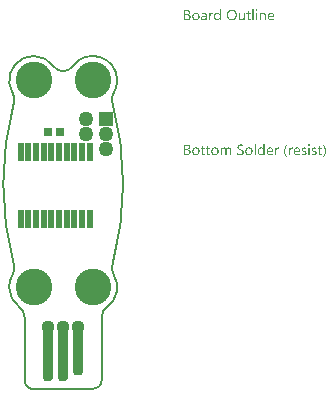
<source format=gbs>
G04*
G04 #@! TF.GenerationSoftware,Altium Limited,Altium Designer,21.9.2 (33)*
G04*
G04 Layer_Color=16711935*
%FSAX25Y25*%
%MOIN*%
G70*
G04*
G04 #@! TF.SameCoordinates,22CECA58-678C-4C5F-B68D-3DF83B2D247A*
G04*
G04*
G04 #@! TF.FilePolarity,Negative*
G04*
G01*
G75*
%ADD13C,0.00787*%
%ADD37C,0.00591*%
%ADD38C,0.04961*%
%ADD39R,0.04961X0.04961*%
%ADD40C,0.12205*%
%ADD47C,0.04370*%
G04:AMPARAMS|DCode=51|XSize=35.43mil|YSize=169.29mil|CornerRadius=13.82mil|HoleSize=0mil|Usage=FLASHONLY|Rotation=0.000|XOffset=0mil|YOffset=0mil|HoleType=Round|Shape=RoundedRectangle|*
%AMROUNDEDRECTD51*
21,1,0.03543,0.14165,0,0,0.0*
21,1,0.00780,0.16929,0,0,0.0*
1,1,0.02764,0.00390,-0.07083*
1,1,0.02764,-0.00390,-0.07083*
1,1,0.02764,-0.00390,0.07083*
1,1,0.02764,0.00390,0.07083*
%
%ADD51ROUNDEDRECTD51*%
G04:AMPARAMS|DCode=52|XSize=35.43mil|YSize=188.98mil|CornerRadius=13.82mil|HoleSize=0mil|Usage=FLASHONLY|Rotation=0.000|XOffset=0mil|YOffset=0mil|HoleType=Round|Shape=RoundedRectangle|*
%AMROUNDEDRECTD52*
21,1,0.03543,0.16134,0,0,0.0*
21,1,0.00780,0.18898,0,0,0.0*
1,1,0.02764,0.00390,-0.08067*
1,1,0.02764,-0.00390,-0.08067*
1,1,0.02764,-0.00390,0.08067*
1,1,0.02764,0.00390,0.08067*
%
%ADD52ROUNDEDRECTD52*%
%ADD56R,0.02165X0.05906*%
%ADD57R,0.02559X0.02756*%
G36*
X0064563Y0102638D02*
X0064588D01*
X0064644Y0102613D01*
X0064675Y0102594D01*
X0064706Y0102569D01*
X0064712Y0102563D01*
X0064718Y0102557D01*
X0064749Y0102520D01*
X0064774Y0102458D01*
X0064780Y0102421D01*
X0064786Y0102384D01*
Y0102377D01*
Y0102365D01*
X0064780Y0102347D01*
X0064774Y0102322D01*
X0064755Y0102260D01*
X0064731Y0102229D01*
X0064706Y0102198D01*
X0064700D01*
X0064693Y0102186D01*
X0064656Y0102161D01*
X0064601Y0102136D01*
X0064563Y0102130D01*
X0064526Y0102124D01*
X0064508D01*
X0064489Y0102130D01*
X0064464D01*
X0064403Y0102155D01*
X0064372Y0102167D01*
X0064341Y0102192D01*
Y0102198D01*
X0064328Y0102204D01*
X0064316Y0102223D01*
X0064303Y0102241D01*
X0064279Y0102303D01*
X0064272Y0102340D01*
X0064266Y0102384D01*
Y0102390D01*
Y0102402D01*
X0064272Y0102421D01*
X0064279Y0102452D01*
X0064297Y0102507D01*
X0064316Y0102539D01*
X0064341Y0102569D01*
X0064347Y0102576D01*
X0064353Y0102582D01*
X0064390Y0102607D01*
X0064452Y0102631D01*
X0064489Y0102644D01*
X0064545D01*
X0064563Y0102638D01*
D02*
G37*
G36*
X0052573Y0098973D02*
X0052171D01*
Y0099394D01*
X0052159D01*
Y0099388D01*
X0052146Y0099375D01*
X0052128Y0099351D01*
X0052109Y0099320D01*
X0052078Y0099282D01*
X0052041Y0099245D01*
X0051998Y0099202D01*
X0051948Y0099159D01*
X0051893Y0099109D01*
X0051824Y0099066D01*
X0051756Y0099029D01*
X0051676Y0098992D01*
X0051595Y0098961D01*
X0051503Y0098936D01*
X0051403Y0098923D01*
X0051298Y0098917D01*
X0051255D01*
X0051218Y0098923D01*
X0051181Y0098930D01*
X0051131Y0098936D01*
X0051026Y0098961D01*
X0050902Y0098998D01*
X0050778Y0099060D01*
X0050710Y0099097D01*
X0050655Y0099140D01*
X0050593Y0099196D01*
X0050537Y0099252D01*
Y0099258D01*
X0050524Y0099270D01*
X0050512Y0099289D01*
X0050494Y0099313D01*
X0050475Y0099344D01*
X0050450Y0099388D01*
X0050425Y0099437D01*
X0050401Y0099493D01*
X0050370Y0099555D01*
X0050345Y0099623D01*
X0050320Y0099697D01*
X0050302Y0099778D01*
X0050283Y0099864D01*
X0050271Y0099963D01*
X0050265Y0100063D01*
X0050258Y0100168D01*
Y0100174D01*
Y0100192D01*
Y0100230D01*
X0050265Y0100273D01*
X0050271Y0100322D01*
X0050277Y0100384D01*
X0050283Y0100452D01*
X0050296Y0100527D01*
X0050333Y0100688D01*
X0050388Y0100855D01*
X0050425Y0100935D01*
X0050469Y0101016D01*
X0050512Y0101090D01*
X0050568Y0101164D01*
X0050574Y0101171D01*
X0050580Y0101183D01*
X0050599Y0101201D01*
X0050624Y0101226D01*
X0050655Y0101251D01*
X0050698Y0101282D01*
X0050741Y0101319D01*
X0050791Y0101356D01*
X0050915Y0101424D01*
X0051057Y0101486D01*
X0051137Y0101505D01*
X0051224Y0101523D01*
X0051311Y0101536D01*
X0051410Y0101542D01*
X0051459D01*
X0051496Y0101536D01*
X0051534Y0101530D01*
X0051583Y0101523D01*
X0051694Y0101492D01*
X0051818Y0101443D01*
X0051880Y0101412D01*
X0051942Y0101369D01*
X0052004Y0101325D01*
X0052060Y0101269D01*
X0052109Y0101208D01*
X0052159Y0101133D01*
X0052171D01*
Y0102693D01*
X0052573D01*
Y0098973D01*
D02*
G37*
G36*
X0066841Y0101536D02*
X0066916Y0101530D01*
X0067009Y0101511D01*
X0067107Y0101480D01*
X0067213Y0101430D01*
X0067318Y0101362D01*
X0067361Y0101325D01*
X0067405Y0101276D01*
X0067417Y0101263D01*
X0067442Y0101226D01*
X0067473Y0101164D01*
X0067516Y0101078D01*
X0067553Y0100972D01*
X0067590Y0100842D01*
X0067615Y0100688D01*
X0067621Y0100508D01*
Y0098973D01*
X0067219D01*
Y0100403D01*
Y0100409D01*
Y0100440D01*
X0067213Y0100477D01*
Y0100527D01*
X0067200Y0100589D01*
X0067188Y0100657D01*
X0067169Y0100731D01*
X0067145Y0100805D01*
X0067114Y0100880D01*
X0067077Y0100948D01*
X0067027Y0101016D01*
X0066971Y0101078D01*
X0066909Y0101127D01*
X0066829Y0101164D01*
X0066742Y0101195D01*
X0066637Y0101201D01*
X0066625D01*
X0066588Y0101195D01*
X0066532Y0101189D01*
X0066464Y0101171D01*
X0066383Y0101146D01*
X0066297Y0101102D01*
X0066216Y0101047D01*
X0066136Y0100972D01*
X0066129Y0100960D01*
X0066105Y0100935D01*
X0066074Y0100886D01*
X0066037Y0100818D01*
X0066000Y0100737D01*
X0065969Y0100638D01*
X0065944Y0100527D01*
X0065938Y0100403D01*
Y0098973D01*
X0065535D01*
Y0101486D01*
X0065938D01*
Y0101065D01*
X0065950D01*
X0065956Y0101072D01*
X0065962Y0101084D01*
X0065981Y0101109D01*
X0066006Y0101139D01*
X0066030Y0101177D01*
X0066068Y0101214D01*
X0066111Y0101257D01*
X0066160Y0101307D01*
X0066216Y0101350D01*
X0066278Y0101393D01*
X0066346Y0101430D01*
X0066420Y0101468D01*
X0066495Y0101499D01*
X0066581Y0101523D01*
X0066674Y0101536D01*
X0066773Y0101542D01*
X0066810D01*
X0066841Y0101536D01*
D02*
G37*
G36*
X0049844Y0101523D02*
X0049918Y0101517D01*
X0049961Y0101505D01*
X0049992Y0101492D01*
Y0101078D01*
X0049986Y0101084D01*
X0049974Y0101090D01*
X0049949Y0101102D01*
X0049918Y0101121D01*
X0049874Y0101133D01*
X0049819Y0101146D01*
X0049757Y0101152D01*
X0049689Y0101158D01*
X0049676D01*
X0049646Y0101152D01*
X0049596Y0101146D01*
X0049540Y0101127D01*
X0049466Y0101096D01*
X0049398Y0101053D01*
X0049324Y0100991D01*
X0049255Y0100910D01*
X0049249Y0100898D01*
X0049231Y0100867D01*
X0049200Y0100812D01*
X0049169Y0100737D01*
X0049138Y0100644D01*
X0049107Y0100527D01*
X0049088Y0100397D01*
X0049082Y0100248D01*
Y0098973D01*
X0048680D01*
Y0101486D01*
X0049082D01*
Y0100966D01*
X0049095D01*
Y0100972D01*
X0049101Y0100979D01*
X0049113Y0101010D01*
X0049132Y0101059D01*
X0049163Y0101121D01*
X0049194Y0101183D01*
X0049243Y0101251D01*
X0049293Y0101319D01*
X0049355Y0101381D01*
X0049361Y0101387D01*
X0049385Y0101406D01*
X0049423Y0101430D01*
X0049472Y0101455D01*
X0049528Y0101480D01*
X0049596Y0101505D01*
X0049670Y0101523D01*
X0049751Y0101530D01*
X0049806D01*
X0049844Y0101523D01*
D02*
G37*
G36*
X0060583Y0098973D02*
X0060181D01*
Y0099369D01*
X0060168D01*
Y0099363D01*
X0060156Y0099351D01*
X0060144Y0099326D01*
X0060119Y0099301D01*
X0060063Y0099227D01*
X0059977Y0099146D01*
X0059927Y0099103D01*
X0059871Y0099060D01*
X0059809Y0099023D01*
X0059735Y0098985D01*
X0059661Y0098961D01*
X0059580Y0098936D01*
X0059488Y0098923D01*
X0059395Y0098917D01*
X0059358D01*
X0059314Y0098923D01*
X0059252Y0098936D01*
X0059184Y0098948D01*
X0059110Y0098973D01*
X0059030Y0099004D01*
X0058949Y0099054D01*
X0058862Y0099109D01*
X0058782Y0099177D01*
X0058708Y0099264D01*
X0058640Y0099369D01*
X0058578Y0099487D01*
X0058534Y0099629D01*
X0058510Y0099796D01*
X0058497Y0099883D01*
Y0099982D01*
Y0101486D01*
X0058893D01*
Y0100044D01*
Y0100038D01*
Y0100013D01*
X0058900Y0099970D01*
X0058906Y0099920D01*
X0058912Y0099858D01*
X0058924Y0099796D01*
X0058943Y0099722D01*
X0058968Y0099648D01*
X0059005Y0099573D01*
X0059042Y0099505D01*
X0059092Y0099437D01*
X0059153Y0099375D01*
X0059222Y0099326D01*
X0059302Y0099289D01*
X0059401Y0099258D01*
X0059506Y0099252D01*
X0059519D01*
X0059556Y0099258D01*
X0059611Y0099264D01*
X0059673Y0099276D01*
X0059754Y0099307D01*
X0059834Y0099344D01*
X0059915Y0099394D01*
X0059989Y0099468D01*
X0059995Y0099481D01*
X0060020Y0099505D01*
X0060051Y0099555D01*
X0060088Y0099623D01*
X0060119Y0099704D01*
X0060150Y0099803D01*
X0060175Y0099914D01*
X0060181Y0100038D01*
Y0101486D01*
X0060583D01*
Y0098973D01*
D02*
G37*
G36*
X0064718D02*
X0064316D01*
Y0101486D01*
X0064718D01*
Y0098973D01*
D02*
G37*
G36*
X0063499D02*
X0063096D01*
Y0102693D01*
X0063499D01*
Y0098973D01*
D02*
G37*
G36*
X0047120Y0101536D02*
X0047176Y0101530D01*
X0047244Y0101511D01*
X0047318Y0101492D01*
X0047399Y0101461D01*
X0047485Y0101424D01*
X0047566Y0101375D01*
X0047646Y0101313D01*
X0047720Y0101239D01*
X0047789Y0101146D01*
X0047844Y0101040D01*
X0047888Y0100917D01*
X0047912Y0100774D01*
X0047925Y0100607D01*
Y0098973D01*
X0047522D01*
Y0099363D01*
X0047510D01*
Y0099357D01*
X0047498Y0099344D01*
X0047485Y0099320D01*
X0047460Y0099295D01*
X0047399Y0099221D01*
X0047318Y0099140D01*
X0047207Y0099060D01*
X0047077Y0098985D01*
X0046996Y0098961D01*
X0046916Y0098936D01*
X0046829Y0098923D01*
X0046736Y0098917D01*
X0046699D01*
X0046674Y0098923D01*
X0046606Y0098930D01*
X0046526Y0098942D01*
X0046427Y0098967D01*
X0046334Y0098998D01*
X0046235Y0099047D01*
X0046148Y0099109D01*
X0046142Y0099122D01*
X0046117Y0099146D01*
X0046080Y0099190D01*
X0046043Y0099252D01*
X0046006Y0099326D01*
X0045969Y0099413D01*
X0045944Y0099518D01*
X0045938Y0099635D01*
Y0099642D01*
Y0099666D01*
X0045944Y0099704D01*
X0045950Y0099747D01*
X0045963Y0099803D01*
X0045981Y0099864D01*
X0046006Y0099932D01*
X0046043Y0100001D01*
X0046086Y0100075D01*
X0046142Y0100149D01*
X0046210Y0100217D01*
X0046290Y0100279D01*
X0046383Y0100341D01*
X0046495Y0100391D01*
X0046619Y0100428D01*
X0046767Y0100459D01*
X0047522Y0100564D01*
Y0100570D01*
Y0100589D01*
X0047516Y0100626D01*
Y0100663D01*
X0047504Y0100712D01*
X0047498Y0100768D01*
X0047460Y0100886D01*
X0047429Y0100942D01*
X0047399Y0100997D01*
X0047355Y0101053D01*
X0047306Y0101102D01*
X0047244Y0101146D01*
X0047176Y0101177D01*
X0047095Y0101195D01*
X0047002Y0101201D01*
X0046959D01*
X0046928Y0101195D01*
X0046885D01*
X0046841Y0101183D01*
X0046730Y0101164D01*
X0046606Y0101127D01*
X0046470Y0101072D01*
X0046396Y0101034D01*
X0046328Y0100997D01*
X0046253Y0100948D01*
X0046185Y0100892D01*
Y0101307D01*
X0046191D01*
X0046204Y0101319D01*
X0046222Y0101331D01*
X0046253Y0101344D01*
X0046284Y0101362D01*
X0046328Y0101381D01*
X0046377Y0101400D01*
X0046433Y0101424D01*
X0046557Y0101468D01*
X0046705Y0101505D01*
X0046866Y0101530D01*
X0047039Y0101542D01*
X0047077D01*
X0047120Y0101536D01*
D02*
G37*
G36*
X0041431Y0102483D02*
X0041475D01*
X0041518Y0102477D01*
X0041617Y0102464D01*
X0041735Y0102433D01*
X0041859Y0102396D01*
X0041976Y0102340D01*
X0042081Y0102266D01*
X0042088D01*
X0042094Y0102254D01*
X0042125Y0102229D01*
X0042168Y0102180D01*
X0042217Y0102111D01*
X0042261Y0102025D01*
X0042304Y0101926D01*
X0042335Y0101814D01*
X0042347Y0101752D01*
Y0101684D01*
Y0101678D01*
Y0101672D01*
Y0101635D01*
X0042341Y0101579D01*
X0042329Y0101511D01*
X0042310Y0101424D01*
X0042279Y0101338D01*
X0042242Y0101251D01*
X0042187Y0101164D01*
X0042180Y0101152D01*
X0042156Y0101127D01*
X0042118Y0101090D01*
X0042069Y0101040D01*
X0042007Y0100991D01*
X0041933Y0100935D01*
X0041840Y0100892D01*
X0041741Y0100849D01*
Y0100842D01*
X0041759D01*
X0041778Y0100836D01*
X0041797Y0100830D01*
X0041865Y0100818D01*
X0041945Y0100793D01*
X0042032Y0100756D01*
X0042125Y0100712D01*
X0042217Y0100651D01*
X0042304Y0100570D01*
X0042317Y0100558D01*
X0042341Y0100527D01*
X0042372Y0100483D01*
X0042416Y0100415D01*
X0042453Y0100329D01*
X0042490Y0100230D01*
X0042515Y0100112D01*
X0042521Y0099982D01*
Y0099976D01*
Y0099963D01*
Y0099939D01*
X0042515Y0099908D01*
X0042508Y0099871D01*
X0042502Y0099827D01*
X0042478Y0099722D01*
X0042440Y0099604D01*
X0042385Y0099481D01*
X0042347Y0099425D01*
X0042304Y0099363D01*
X0042248Y0099307D01*
X0042193Y0099252D01*
X0042187D01*
X0042180Y0099239D01*
X0042162Y0099227D01*
X0042137Y0099208D01*
X0042106Y0099190D01*
X0042063Y0099165D01*
X0041970Y0099115D01*
X0041852Y0099060D01*
X0041716Y0099016D01*
X0041555Y0098985D01*
X0041475Y0098979D01*
X0041382Y0098973D01*
X0040354D01*
Y0102489D01*
X0041400D01*
X0041431Y0102483D01*
D02*
G37*
G36*
X0061927Y0101486D02*
X0062564D01*
Y0101139D01*
X0061927D01*
Y0099722D01*
Y0099710D01*
Y0099679D01*
X0061933Y0099635D01*
X0061939Y0099580D01*
X0061964Y0099462D01*
X0061982Y0099406D01*
X0062013Y0099363D01*
X0062019Y0099357D01*
X0062032Y0099344D01*
X0062050Y0099332D01*
X0062081Y0099313D01*
X0062118Y0099289D01*
X0062168Y0099276D01*
X0062230Y0099264D01*
X0062298Y0099258D01*
X0062323D01*
X0062354Y0099264D01*
X0062391Y0099270D01*
X0062477Y0099295D01*
X0062521Y0099313D01*
X0062564Y0099338D01*
Y0098992D01*
X0062558D01*
X0062539Y0098979D01*
X0062508Y0098973D01*
X0062465Y0098961D01*
X0062409Y0098948D01*
X0062347Y0098936D01*
X0062273Y0098930D01*
X0062186Y0098923D01*
X0062155D01*
X0062125Y0098930D01*
X0062081Y0098936D01*
X0062032Y0098948D01*
X0061976Y0098961D01*
X0061920Y0098985D01*
X0061858Y0099016D01*
X0061796Y0099054D01*
X0061735Y0099103D01*
X0061679Y0099159D01*
X0061629Y0099233D01*
X0061586Y0099313D01*
X0061555Y0099413D01*
X0061530Y0099524D01*
X0061524Y0099654D01*
Y0101139D01*
X0061097D01*
Y0101486D01*
X0061524D01*
Y0102099D01*
X0061927Y0102229D01*
Y0101486D01*
D02*
G37*
G36*
X0069454Y0101536D02*
X0069497Y0101530D01*
X0069540Y0101523D01*
X0069652Y0101505D01*
X0069775Y0101461D01*
X0069899Y0101406D01*
X0069961Y0101369D01*
X0070023Y0101325D01*
X0070079Y0101276D01*
X0070134Y0101220D01*
X0070141Y0101214D01*
X0070147Y0101208D01*
X0070159Y0101189D01*
X0070178Y0101164D01*
X0070196Y0101127D01*
X0070221Y0101090D01*
X0070246Y0101047D01*
X0070271Y0100991D01*
X0070295Y0100929D01*
X0070320Y0100867D01*
X0070345Y0100793D01*
X0070363Y0100712D01*
X0070382Y0100626D01*
X0070394Y0100539D01*
X0070407Y0100440D01*
Y0100335D01*
Y0100124D01*
X0068630D01*
Y0100118D01*
Y0100106D01*
Y0100087D01*
X0068636Y0100056D01*
X0068643Y0100019D01*
Y0099982D01*
X0068661Y0099883D01*
X0068692Y0099784D01*
X0068729Y0099673D01*
X0068785Y0099567D01*
X0068853Y0099474D01*
X0068866Y0099462D01*
X0068890Y0099437D01*
X0068940Y0099406D01*
X0069008Y0099363D01*
X0069095Y0099320D01*
X0069194Y0099289D01*
X0069311Y0099264D01*
X0069447Y0099252D01*
X0069491D01*
X0069522Y0099258D01*
X0069559D01*
X0069602Y0099264D01*
X0069707Y0099289D01*
X0069825Y0099320D01*
X0069955Y0099369D01*
X0070091Y0099437D01*
X0070159Y0099481D01*
X0070227Y0099530D01*
Y0099152D01*
X0070221D01*
X0070215Y0099140D01*
X0070196Y0099134D01*
X0070165Y0099115D01*
X0070134Y0099097D01*
X0070097Y0099078D01*
X0070048Y0099060D01*
X0069998Y0099035D01*
X0069936Y0099010D01*
X0069868Y0098992D01*
X0069720Y0098954D01*
X0069546Y0098930D01*
X0069354Y0098917D01*
X0069305D01*
X0069268Y0098923D01*
X0069225Y0098930D01*
X0069169Y0098936D01*
X0069051Y0098961D01*
X0068915Y0098998D01*
X0068779Y0099060D01*
X0068711Y0099103D01*
X0068643Y0099146D01*
X0068581Y0099196D01*
X0068519Y0099258D01*
X0068513Y0099264D01*
X0068506Y0099276D01*
X0068494Y0099295D01*
X0068469Y0099320D01*
X0068451Y0099357D01*
X0068426Y0099400D01*
X0068395Y0099450D01*
X0068370Y0099505D01*
X0068339Y0099567D01*
X0068315Y0099642D01*
X0068284Y0099722D01*
X0068265Y0099809D01*
X0068247Y0099901D01*
X0068228Y0100001D01*
X0068222Y0100106D01*
X0068216Y0100217D01*
Y0100223D01*
Y0100242D01*
Y0100273D01*
X0068222Y0100316D01*
X0068228Y0100366D01*
X0068234Y0100422D01*
X0068240Y0100490D01*
X0068259Y0100558D01*
X0068296Y0100706D01*
X0068352Y0100867D01*
X0068389Y0100948D01*
X0068438Y0101022D01*
X0068488Y0101102D01*
X0068544Y0101171D01*
X0068550Y0101177D01*
X0068562Y0101189D01*
X0068581Y0101208D01*
X0068606Y0101226D01*
X0068636Y0101257D01*
X0068674Y0101288D01*
X0068723Y0101319D01*
X0068773Y0101356D01*
X0068890Y0101424D01*
X0069033Y0101486D01*
X0069113Y0101505D01*
X0069194Y0101523D01*
X0069280Y0101536D01*
X0069373Y0101542D01*
X0069423D01*
X0069454Y0101536D01*
D02*
G37*
G36*
X0056411Y0102545D02*
X0056473Y0102539D01*
X0056547Y0102526D01*
X0056628Y0102507D01*
X0056714Y0102489D01*
X0056801Y0102464D01*
X0056900Y0102433D01*
X0056993Y0102390D01*
X0057092Y0102340D01*
X0057191Y0102285D01*
X0057284Y0102217D01*
X0057377Y0102142D01*
X0057464Y0102056D01*
X0057470Y0102050D01*
X0057482Y0102031D01*
X0057507Y0102006D01*
X0057532Y0101969D01*
X0057569Y0101919D01*
X0057606Y0101858D01*
X0057643Y0101789D01*
X0057686Y0101715D01*
X0057730Y0101622D01*
X0057767Y0101530D01*
X0057804Y0101424D01*
X0057841Y0101307D01*
X0057866Y0101189D01*
X0057891Y0101059D01*
X0057903Y0100917D01*
X0057909Y0100774D01*
Y0100762D01*
Y0100737D01*
Y0100694D01*
X0057903Y0100632D01*
X0057897Y0100558D01*
X0057884Y0100477D01*
X0057872Y0100384D01*
X0057854Y0100279D01*
X0057829Y0100174D01*
X0057798Y0100063D01*
X0057761Y0099951D01*
X0057717Y0099840D01*
X0057662Y0099722D01*
X0057600Y0099617D01*
X0057532Y0099512D01*
X0057451Y0099413D01*
X0057445Y0099406D01*
X0057433Y0099394D01*
X0057402Y0099369D01*
X0057371Y0099338D01*
X0057321Y0099295D01*
X0057265Y0099258D01*
X0057204Y0099208D01*
X0057129Y0099165D01*
X0057049Y0099122D01*
X0056956Y0099072D01*
X0056857Y0099035D01*
X0056745Y0098998D01*
X0056628Y0098961D01*
X0056504Y0098936D01*
X0056374Y0098923D01*
X0056232Y0098917D01*
X0056201D01*
X0056157Y0098923D01*
X0056108D01*
X0056046Y0098930D01*
X0055972Y0098942D01*
X0055891Y0098961D01*
X0055798Y0098979D01*
X0055705Y0099004D01*
X0055607Y0099035D01*
X0055507Y0099078D01*
X0055408Y0099122D01*
X0055309Y0099177D01*
X0055210Y0099245D01*
X0055117Y0099320D01*
X0055031Y0099406D01*
X0055025Y0099413D01*
X0055012Y0099431D01*
X0054988Y0099456D01*
X0054963Y0099493D01*
X0054926Y0099542D01*
X0054888Y0099604D01*
X0054851Y0099673D01*
X0054808Y0099753D01*
X0054765Y0099840D01*
X0054728Y0099932D01*
X0054690Y0100038D01*
X0054653Y0100155D01*
X0054628Y0100273D01*
X0054604Y0100403D01*
X0054591Y0100545D01*
X0054585Y0100688D01*
Y0100700D01*
Y0100725D01*
X0054591Y0100768D01*
Y0100830D01*
X0054598Y0100898D01*
X0054610Y0100985D01*
X0054622Y0101078D01*
X0054641Y0101177D01*
X0054666Y0101282D01*
X0054697Y0101393D01*
X0054734Y0101505D01*
X0054777Y0101616D01*
X0054833Y0101728D01*
X0054895Y0101839D01*
X0054963Y0101944D01*
X0055043Y0102043D01*
X0055049Y0102050D01*
X0055062Y0102068D01*
X0055093Y0102093D01*
X0055130Y0102124D01*
X0055173Y0102161D01*
X0055229Y0102204D01*
X0055297Y0102248D01*
X0055371Y0102297D01*
X0055458Y0102347D01*
X0055551Y0102390D01*
X0055650Y0102433D01*
X0055761Y0102470D01*
X0055885Y0102501D01*
X0056015Y0102532D01*
X0056151Y0102545D01*
X0056294Y0102551D01*
X0056362D01*
X0056411Y0102545D01*
D02*
G37*
G36*
X0044384Y0101536D02*
X0044427Y0101530D01*
X0044483Y0101523D01*
X0044607Y0101499D01*
X0044749Y0101455D01*
X0044892Y0101393D01*
X0044966Y0101356D01*
X0045034Y0101313D01*
X0045102Y0101257D01*
X0045164Y0101195D01*
X0045170Y0101189D01*
X0045176Y0101177D01*
X0045195Y0101158D01*
X0045213Y0101133D01*
X0045238Y0101096D01*
X0045263Y0101053D01*
X0045294Y0101003D01*
X0045325Y0100948D01*
X0045350Y0100880D01*
X0045381Y0100812D01*
X0045405Y0100731D01*
X0045430Y0100644D01*
X0045449Y0100551D01*
X0045467Y0100452D01*
X0045474Y0100347D01*
X0045480Y0100236D01*
Y0100230D01*
Y0100211D01*
Y0100180D01*
X0045474Y0100137D01*
X0045467Y0100087D01*
X0045461Y0100025D01*
X0045449Y0099963D01*
X0045436Y0099889D01*
X0045399Y0099741D01*
X0045337Y0099580D01*
X0045300Y0099499D01*
X0045251Y0099419D01*
X0045201Y0099344D01*
X0045139Y0099276D01*
X0045133Y0099270D01*
X0045121Y0099264D01*
X0045102Y0099245D01*
X0045077Y0099221D01*
X0045040Y0099196D01*
X0045003Y0099165D01*
X0044954Y0099128D01*
X0044898Y0099097D01*
X0044836Y0099066D01*
X0044768Y0099029D01*
X0044693Y0098998D01*
X0044613Y0098973D01*
X0044526Y0098948D01*
X0044434Y0098936D01*
X0044335Y0098923D01*
X0044229Y0098917D01*
X0044174D01*
X0044136Y0098923D01*
X0044093Y0098930D01*
X0044037Y0098936D01*
X0043975Y0098948D01*
X0043907Y0098961D01*
X0043765Y0099004D01*
X0043617Y0099066D01*
X0043542Y0099103D01*
X0043474Y0099152D01*
X0043406Y0099202D01*
X0043338Y0099264D01*
X0043332Y0099270D01*
X0043325Y0099282D01*
X0043307Y0099301D01*
X0043288Y0099326D01*
X0043264Y0099363D01*
X0043233Y0099406D01*
X0043202Y0099456D01*
X0043177Y0099512D01*
X0043146Y0099580D01*
X0043115Y0099648D01*
X0043084Y0099722D01*
X0043059Y0099809D01*
X0043022Y0099994D01*
X0043016Y0100093D01*
X0043010Y0100199D01*
Y0100205D01*
Y0100230D01*
Y0100261D01*
X0043016Y0100304D01*
X0043022Y0100353D01*
X0043028Y0100415D01*
X0043041Y0100483D01*
X0043053Y0100558D01*
X0043090Y0100719D01*
X0043152Y0100880D01*
X0043196Y0100960D01*
X0043239Y0101040D01*
X0043288Y0101115D01*
X0043350Y0101183D01*
X0043356Y0101189D01*
X0043369Y0101201D01*
X0043387Y0101214D01*
X0043412Y0101239D01*
X0043449Y0101263D01*
X0043493Y0101294D01*
X0043542Y0101331D01*
X0043598Y0101362D01*
X0043660Y0101393D01*
X0043734Y0101430D01*
X0043808Y0101461D01*
X0043895Y0101486D01*
X0043982Y0101511D01*
X0044081Y0101530D01*
X0044186Y0101536D01*
X0044291Y0101542D01*
X0044347D01*
X0044384Y0101536D01*
D02*
G37*
G36*
X0081994Y0057711D02*
X0082019D01*
X0082075Y0057686D01*
X0082106Y0057668D01*
X0082137Y0057643D01*
X0082143Y0057637D01*
X0082149Y0057631D01*
X0082180Y0057593D01*
X0082205Y0057531D01*
X0082211Y0057494D01*
X0082217Y0057457D01*
Y0057451D01*
Y0057439D01*
X0082211Y0057420D01*
X0082205Y0057395D01*
X0082186Y0057333D01*
X0082162Y0057302D01*
X0082137Y0057271D01*
X0082131D01*
X0082125Y0057259D01*
X0082087Y0057234D01*
X0082032Y0057210D01*
X0081994Y0057203D01*
X0081957Y0057197D01*
X0081939D01*
X0081920Y0057203D01*
X0081895D01*
X0081833Y0057228D01*
X0081803Y0057241D01*
X0081772Y0057265D01*
Y0057271D01*
X0081759Y0057278D01*
X0081747Y0057296D01*
X0081735Y0057315D01*
X0081710Y0057377D01*
X0081704Y0057414D01*
X0081697Y0057457D01*
Y0057463D01*
Y0057476D01*
X0081704Y0057494D01*
X0081710Y0057525D01*
X0081728Y0057581D01*
X0081747Y0057612D01*
X0081772Y0057643D01*
X0081778Y0057649D01*
X0081784Y0057655D01*
X0081821Y0057680D01*
X0081883Y0057705D01*
X0081920Y0057717D01*
X0081976D01*
X0081994Y0057711D01*
D02*
G37*
G36*
X0059426Y0057618D02*
X0059475D01*
X0059587Y0057606D01*
X0059711Y0057593D01*
X0059834Y0057569D01*
X0059952Y0057538D01*
X0060001Y0057519D01*
X0060051Y0057494D01*
Y0057030D01*
X0060045D01*
X0060039Y0057042D01*
X0060020Y0057049D01*
X0059995Y0057067D01*
X0059964Y0057080D01*
X0059927Y0057098D01*
X0059834Y0057142D01*
X0059723Y0057179D01*
X0059587Y0057216D01*
X0059426Y0057241D01*
X0059252Y0057247D01*
X0059203D01*
X0059166Y0057241D01*
X0059129D01*
X0059079Y0057234D01*
X0058980Y0057216D01*
X0058974D01*
X0058955Y0057210D01*
X0058930Y0057203D01*
X0058900Y0057197D01*
X0058825Y0057166D01*
X0058739Y0057129D01*
X0058732D01*
X0058720Y0057117D01*
X0058701Y0057104D01*
X0058677Y0057086D01*
X0058621Y0057030D01*
X0058565Y0056962D01*
Y0056956D01*
X0058553Y0056944D01*
X0058547Y0056925D01*
X0058534Y0056894D01*
X0058522Y0056857D01*
X0058516Y0056820D01*
X0058503Y0056721D01*
Y0056714D01*
Y0056696D01*
Y0056671D01*
X0058510Y0056640D01*
X0058522Y0056566D01*
X0058553Y0056485D01*
Y0056479D01*
X0058565Y0056467D01*
X0058571Y0056448D01*
X0058590Y0056423D01*
X0058640Y0056368D01*
X0058701Y0056306D01*
X0058708Y0056300D01*
X0058720Y0056293D01*
X0058739Y0056275D01*
X0058770Y0056256D01*
X0058807Y0056232D01*
X0058844Y0056207D01*
X0058943Y0056145D01*
X0058949Y0056139D01*
X0058968Y0056133D01*
X0058999Y0056114D01*
X0059036Y0056095D01*
X0059085Y0056071D01*
X0059141Y0056046D01*
X0059265Y0055984D01*
X0059271Y0055978D01*
X0059296Y0055965D01*
X0059333Y0055947D01*
X0059382Y0055922D01*
X0059438Y0055897D01*
X0059500Y0055860D01*
X0059624Y0055786D01*
X0059630Y0055780D01*
X0059655Y0055767D01*
X0059686Y0055749D01*
X0059729Y0055718D01*
X0059822Y0055644D01*
X0059921Y0055557D01*
X0059927Y0055551D01*
X0059946Y0055538D01*
X0059964Y0055507D01*
X0059995Y0055476D01*
X0060026Y0055433D01*
X0060063Y0055390D01*
X0060125Y0055278D01*
X0060131Y0055272D01*
X0060138Y0055254D01*
X0060150Y0055223D01*
X0060162Y0055179D01*
X0060175Y0055130D01*
X0060187Y0055068D01*
X0060199Y0055006D01*
Y0054932D01*
Y0054919D01*
Y0054888D01*
X0060193Y0054839D01*
X0060187Y0054777D01*
X0060175Y0054709D01*
X0060156Y0054635D01*
X0060131Y0054560D01*
X0060094Y0054492D01*
X0060088Y0054486D01*
X0060076Y0054461D01*
X0060051Y0054430D01*
X0060026Y0054387D01*
X0059983Y0054344D01*
X0059939Y0054294D01*
X0059884Y0054245D01*
X0059822Y0054195D01*
X0059816Y0054189D01*
X0059791Y0054176D01*
X0059754Y0054158D01*
X0059704Y0054133D01*
X0059649Y0054108D01*
X0059580Y0054084D01*
X0059500Y0054059D01*
X0059420Y0054040D01*
X0059407D01*
X0059382Y0054034D01*
X0059339Y0054028D01*
X0059277Y0054016D01*
X0059209Y0054009D01*
X0059129Y0053997D01*
X0059042Y0053991D01*
X0058893D01*
X0058825Y0053997D01*
X0058739Y0054003D01*
X0058720D01*
X0058695Y0054009D01*
X0058664Y0054016D01*
X0058584Y0054022D01*
X0058491Y0054040D01*
X0058485D01*
X0058466Y0054046D01*
X0058442Y0054053D01*
X0058411Y0054059D01*
X0058336Y0054078D01*
X0058250Y0054102D01*
X0058243D01*
X0058231Y0054108D01*
X0058213Y0054115D01*
X0058188Y0054127D01*
X0058126Y0054152D01*
X0058064Y0054189D01*
Y0054672D01*
X0058070Y0054665D01*
X0058082Y0054659D01*
X0058095Y0054647D01*
X0058120Y0054628D01*
X0058188Y0054585D01*
X0058268Y0054536D01*
X0058274D01*
X0058287Y0054529D01*
X0058311Y0054517D01*
X0058342Y0054505D01*
X0058423Y0054467D01*
X0058510Y0054436D01*
X0058516D01*
X0058534Y0054430D01*
X0058559Y0054424D01*
X0058590Y0054418D01*
X0058677Y0054393D01*
X0058770Y0054375D01*
X0058794D01*
X0058819Y0054368D01*
X0058850D01*
X0058924Y0054362D01*
X0059011Y0054356D01*
X0059073D01*
X0059141Y0054362D01*
X0059228Y0054375D01*
X0059320Y0054387D01*
X0059413Y0054412D01*
X0059500Y0054449D01*
X0059580Y0054492D01*
X0059587Y0054498D01*
X0059611Y0054517D01*
X0059642Y0054554D01*
X0059673Y0054598D01*
X0059711Y0054653D01*
X0059735Y0054727D01*
X0059760Y0054808D01*
X0059766Y0054901D01*
Y0054907D01*
Y0054926D01*
Y0054950D01*
X0059760Y0054987D01*
X0059741Y0055068D01*
X0059704Y0055148D01*
Y0055155D01*
X0059692Y0055167D01*
X0059680Y0055186D01*
X0059661Y0055210D01*
X0059605Y0055272D01*
X0059531Y0055340D01*
X0059525Y0055346D01*
X0059512Y0055359D01*
X0059488Y0055371D01*
X0059457Y0055396D01*
X0059420Y0055421D01*
X0059376Y0055452D01*
X0059271Y0055507D01*
X0059265Y0055514D01*
X0059246Y0055520D01*
X0059215Y0055538D01*
X0059172Y0055557D01*
X0059129Y0055588D01*
X0059073Y0055613D01*
X0058943Y0055681D01*
X0058937Y0055687D01*
X0058912Y0055699D01*
X0058875Y0055718D01*
X0058832Y0055736D01*
X0058782Y0055767D01*
X0058726Y0055798D01*
X0058602Y0055866D01*
X0058596Y0055873D01*
X0058578Y0055885D01*
X0058547Y0055904D01*
X0058510Y0055928D01*
X0058417Y0055996D01*
X0058324Y0056077D01*
X0058318Y0056083D01*
X0058305Y0056095D01*
X0058281Y0056120D01*
X0058256Y0056151D01*
X0058225Y0056195D01*
X0058194Y0056238D01*
X0058138Y0056337D01*
Y0056343D01*
X0058126Y0056362D01*
X0058120Y0056393D01*
X0058107Y0056436D01*
X0058095Y0056485D01*
X0058082Y0056547D01*
X0058076Y0056609D01*
X0058070Y0056683D01*
Y0056696D01*
Y0056727D01*
X0058076Y0056770D01*
X0058082Y0056826D01*
X0058095Y0056894D01*
X0058113Y0056962D01*
X0058138Y0057030D01*
X0058175Y0057098D01*
X0058182Y0057104D01*
X0058194Y0057129D01*
X0058219Y0057160D01*
X0058250Y0057203D01*
X0058287Y0057247D01*
X0058336Y0057296D01*
X0058392Y0057346D01*
X0058454Y0057389D01*
X0058460Y0057395D01*
X0058485Y0057408D01*
X0058522Y0057433D01*
X0058565Y0057457D01*
X0058627Y0057482D01*
X0058689Y0057513D01*
X0058763Y0057538D01*
X0058844Y0057563D01*
X0058856D01*
X0058881Y0057575D01*
X0058924Y0057581D01*
X0058986Y0057593D01*
X0059054Y0057606D01*
X0059129Y0057612D01*
X0059296Y0057624D01*
X0059382D01*
X0059426Y0057618D01*
D02*
G37*
G36*
X0067157Y0054046D02*
X0066755D01*
Y0054467D01*
X0066742D01*
Y0054461D01*
X0066730Y0054449D01*
X0066711Y0054424D01*
X0066693Y0054393D01*
X0066662Y0054356D01*
X0066625Y0054319D01*
X0066581Y0054276D01*
X0066532Y0054232D01*
X0066476Y0054183D01*
X0066408Y0054139D01*
X0066340Y0054102D01*
X0066259Y0054065D01*
X0066179Y0054034D01*
X0066086Y0054009D01*
X0065987Y0053997D01*
X0065882Y0053991D01*
X0065839D01*
X0065801Y0053997D01*
X0065764Y0054003D01*
X0065715Y0054009D01*
X0065610Y0054034D01*
X0065486Y0054071D01*
X0065362Y0054133D01*
X0065294Y0054170D01*
X0065238Y0054214D01*
X0065176Y0054269D01*
X0065121Y0054325D01*
Y0054331D01*
X0065108Y0054344D01*
X0065096Y0054362D01*
X0065077Y0054387D01*
X0065059Y0054418D01*
X0065034Y0054461D01*
X0065009Y0054511D01*
X0064984Y0054567D01*
X0064953Y0054628D01*
X0064929Y0054697D01*
X0064904Y0054771D01*
X0064885Y0054851D01*
X0064867Y0054938D01*
X0064854Y0055037D01*
X0064848Y0055136D01*
X0064842Y0055241D01*
Y0055247D01*
Y0055266D01*
Y0055303D01*
X0064848Y0055346D01*
X0064854Y0055396D01*
X0064860Y0055458D01*
X0064867Y0055526D01*
X0064879Y0055600D01*
X0064916Y0055761D01*
X0064972Y0055928D01*
X0065009Y0056009D01*
X0065052Y0056089D01*
X0065096Y0056164D01*
X0065152Y0056238D01*
X0065158Y0056244D01*
X0065164Y0056256D01*
X0065182Y0056275D01*
X0065207Y0056300D01*
X0065238Y0056324D01*
X0065281Y0056355D01*
X0065325Y0056393D01*
X0065374Y0056430D01*
X0065498Y0056498D01*
X0065640Y0056560D01*
X0065721Y0056578D01*
X0065808Y0056597D01*
X0065894Y0056609D01*
X0065993Y0056615D01*
X0066043D01*
X0066080Y0056609D01*
X0066117Y0056603D01*
X0066167Y0056597D01*
X0066278Y0056566D01*
X0066402Y0056516D01*
X0066464Y0056485D01*
X0066526Y0056442D01*
X0066588Y0056399D01*
X0066643Y0056343D01*
X0066693Y0056281D01*
X0066742Y0056207D01*
X0066755D01*
Y0057767D01*
X0067157D01*
Y0054046D01*
D02*
G37*
G36*
X0083901Y0056609D02*
X0083981Y0056603D01*
X0084068Y0056591D01*
X0084167Y0056566D01*
X0084266Y0056541D01*
X0084365Y0056504D01*
Y0056095D01*
X0084353Y0056102D01*
X0084316Y0056126D01*
X0084260Y0056151D01*
X0084186Y0056188D01*
X0084093Y0056219D01*
X0083981Y0056250D01*
X0083858Y0056269D01*
X0083728Y0056275D01*
X0083660D01*
X0083598Y0056263D01*
X0083523Y0056250D01*
X0083517D01*
X0083511Y0056244D01*
X0083474Y0056232D01*
X0083424Y0056207D01*
X0083369Y0056176D01*
X0083356Y0056170D01*
X0083332Y0056145D01*
X0083301Y0056108D01*
X0083270Y0056064D01*
X0083263Y0056052D01*
X0083251Y0056021D01*
X0083239Y0055978D01*
X0083232Y0055922D01*
Y0055916D01*
Y0055904D01*
Y0055885D01*
X0083239Y0055866D01*
X0083251Y0055811D01*
X0083270Y0055755D01*
X0083276Y0055743D01*
X0083294Y0055718D01*
X0083332Y0055681D01*
X0083375Y0055637D01*
X0083381D01*
X0083387Y0055631D01*
X0083424Y0055606D01*
X0083474Y0055576D01*
X0083542Y0055545D01*
X0083548D01*
X0083561Y0055538D01*
X0083579Y0055532D01*
X0083610Y0055520D01*
X0083678Y0055495D01*
X0083765Y0055458D01*
X0083771D01*
X0083796Y0055445D01*
X0083827Y0055433D01*
X0083864Y0055421D01*
X0083963Y0055377D01*
X0084062Y0055328D01*
X0084068D01*
X0084087Y0055316D01*
X0084111Y0055303D01*
X0084142Y0055285D01*
X0084217Y0055235D01*
X0084291Y0055173D01*
X0084297Y0055167D01*
X0084310Y0055161D01*
X0084322Y0055142D01*
X0084347Y0055117D01*
X0084390Y0055055D01*
X0084433Y0054975D01*
Y0054969D01*
X0084439Y0054957D01*
X0084452Y0054932D01*
X0084458Y0054901D01*
X0084470Y0054864D01*
X0084477Y0054820D01*
X0084483Y0054715D01*
Y0054709D01*
Y0054684D01*
X0084477Y0054647D01*
X0084470Y0054604D01*
X0084464Y0054554D01*
X0084446Y0054498D01*
X0084427Y0054449D01*
X0084396Y0054393D01*
X0084390Y0054387D01*
X0084384Y0054368D01*
X0084365Y0054344D01*
X0084341Y0054313D01*
X0084310Y0054276D01*
X0084272Y0054238D01*
X0084180Y0054164D01*
X0084173Y0054158D01*
X0084155Y0054152D01*
X0084130Y0054133D01*
X0084087Y0054115D01*
X0084043Y0054090D01*
X0083988Y0054071D01*
X0083932Y0054053D01*
X0083864Y0054034D01*
X0083858D01*
X0083833Y0054028D01*
X0083796Y0054022D01*
X0083752Y0054016D01*
X0083691Y0054003D01*
X0083629Y0053997D01*
X0083486Y0053991D01*
X0083424D01*
X0083350Y0053997D01*
X0083257Y0054009D01*
X0083152Y0054028D01*
X0083041Y0054053D01*
X0082929Y0054084D01*
X0082818Y0054133D01*
Y0054567D01*
X0082824D01*
X0082830Y0054554D01*
X0082849Y0054542D01*
X0082873Y0054529D01*
X0082942Y0054492D01*
X0083034Y0054449D01*
X0083140Y0054399D01*
X0083263Y0054362D01*
X0083400Y0054338D01*
X0083542Y0054325D01*
X0083592D01*
X0083622Y0054331D01*
X0083709Y0054344D01*
X0083808Y0054368D01*
X0083901Y0054412D01*
X0083944Y0054443D01*
X0083988Y0054474D01*
X0084019Y0054517D01*
X0084043Y0054560D01*
X0084062Y0054616D01*
X0084068Y0054678D01*
Y0054684D01*
Y0054697D01*
Y0054715D01*
X0084062Y0054734D01*
X0084049Y0054789D01*
X0084025Y0054845D01*
Y0054851D01*
X0084019Y0054857D01*
X0083994Y0054888D01*
X0083957Y0054932D01*
X0083901Y0054969D01*
X0083895D01*
X0083889Y0054981D01*
X0083851Y0055000D01*
X0083796Y0055037D01*
X0083722Y0055068D01*
X0083715D01*
X0083703Y0055074D01*
X0083684Y0055086D01*
X0083653Y0055099D01*
X0083585Y0055124D01*
X0083499Y0055161D01*
X0083492D01*
X0083468Y0055173D01*
X0083437Y0055186D01*
X0083400Y0055198D01*
X0083301Y0055241D01*
X0083201Y0055291D01*
X0083195Y0055297D01*
X0083183Y0055303D01*
X0083158Y0055316D01*
X0083127Y0055334D01*
X0083059Y0055384D01*
X0082991Y0055439D01*
X0082985Y0055445D01*
X0082979Y0055452D01*
X0082960Y0055470D01*
X0082942Y0055495D01*
X0082898Y0055557D01*
X0082861Y0055631D01*
Y0055637D01*
X0082855Y0055650D01*
X0082849Y0055674D01*
X0082842Y0055705D01*
X0082836Y0055743D01*
X0082830Y0055786D01*
X0082824Y0055891D01*
Y0055897D01*
Y0055922D01*
X0082830Y0055953D01*
X0082836Y0055996D01*
X0082842Y0056046D01*
X0082861Y0056095D01*
X0082880Y0056151D01*
X0082904Y0056201D01*
X0082911Y0056207D01*
X0082917Y0056225D01*
X0082935Y0056250D01*
X0082960Y0056281D01*
X0083028Y0056355D01*
X0083115Y0056430D01*
X0083121Y0056436D01*
X0083140Y0056442D01*
X0083164Y0056461D01*
X0083208Y0056479D01*
X0083251Y0056504D01*
X0083301Y0056529D01*
X0083424Y0056566D01*
X0083430D01*
X0083455Y0056572D01*
X0083486Y0056584D01*
X0083536Y0056591D01*
X0083585Y0056603D01*
X0083647Y0056609D01*
X0083783Y0056615D01*
X0083839D01*
X0083901Y0056609D01*
D02*
G37*
G36*
X0080546D02*
X0080626Y0056603D01*
X0080713Y0056591D01*
X0080812Y0056566D01*
X0080911Y0056541D01*
X0081010Y0056504D01*
Y0056095D01*
X0080998Y0056102D01*
X0080961Y0056126D01*
X0080905Y0056151D01*
X0080831Y0056188D01*
X0080738Y0056219D01*
X0080626Y0056250D01*
X0080503Y0056269D01*
X0080373Y0056275D01*
X0080305D01*
X0080243Y0056263D01*
X0080168Y0056250D01*
X0080162D01*
X0080156Y0056244D01*
X0080119Y0056232D01*
X0080069Y0056207D01*
X0080014Y0056176D01*
X0080001Y0056170D01*
X0079976Y0056145D01*
X0079946Y0056108D01*
X0079915Y0056064D01*
X0079908Y0056052D01*
X0079896Y0056021D01*
X0079884Y0055978D01*
X0079878Y0055922D01*
Y0055916D01*
Y0055904D01*
Y0055885D01*
X0079884Y0055866D01*
X0079896Y0055811D01*
X0079915Y0055755D01*
X0079921Y0055743D01*
X0079939Y0055718D01*
X0079976Y0055681D01*
X0080020Y0055637D01*
X0080026D01*
X0080032Y0055631D01*
X0080069Y0055606D01*
X0080119Y0055576D01*
X0080187Y0055545D01*
X0080193D01*
X0080206Y0055538D01*
X0080224Y0055532D01*
X0080255Y0055520D01*
X0080323Y0055495D01*
X0080410Y0055458D01*
X0080416D01*
X0080441Y0055445D01*
X0080472Y0055433D01*
X0080509Y0055421D01*
X0080608Y0055377D01*
X0080707Y0055328D01*
X0080713D01*
X0080732Y0055316D01*
X0080756Y0055303D01*
X0080787Y0055285D01*
X0080862Y0055235D01*
X0080936Y0055173D01*
X0080942Y0055167D01*
X0080954Y0055161D01*
X0080967Y0055142D01*
X0080992Y0055117D01*
X0081035Y0055055D01*
X0081078Y0054975D01*
Y0054969D01*
X0081085Y0054957D01*
X0081097Y0054932D01*
X0081103Y0054901D01*
X0081116Y0054864D01*
X0081122Y0054820D01*
X0081128Y0054715D01*
Y0054709D01*
Y0054684D01*
X0081122Y0054647D01*
X0081116Y0054604D01*
X0081109Y0054554D01*
X0081091Y0054498D01*
X0081072Y0054449D01*
X0081041Y0054393D01*
X0081035Y0054387D01*
X0081029Y0054368D01*
X0081010Y0054344D01*
X0080985Y0054313D01*
X0080954Y0054276D01*
X0080917Y0054238D01*
X0080825Y0054164D01*
X0080818Y0054158D01*
X0080800Y0054152D01*
X0080775Y0054133D01*
X0080732Y0054115D01*
X0080688Y0054090D01*
X0080633Y0054071D01*
X0080577Y0054053D01*
X0080509Y0054034D01*
X0080503D01*
X0080478Y0054028D01*
X0080441Y0054022D01*
X0080397Y0054016D01*
X0080335Y0054003D01*
X0080274Y0053997D01*
X0080131Y0053991D01*
X0080069D01*
X0079995Y0053997D01*
X0079902Y0054009D01*
X0079797Y0054028D01*
X0079686Y0054053D01*
X0079574Y0054084D01*
X0079463Y0054133D01*
Y0054567D01*
X0079469D01*
X0079475Y0054554D01*
X0079494Y0054542D01*
X0079519Y0054529D01*
X0079586Y0054492D01*
X0079679Y0054449D01*
X0079785Y0054399D01*
X0079908Y0054362D01*
X0080045Y0054338D01*
X0080187Y0054325D01*
X0080237D01*
X0080267Y0054331D01*
X0080354Y0054344D01*
X0080453Y0054368D01*
X0080546Y0054412D01*
X0080589Y0054443D01*
X0080633Y0054474D01*
X0080664Y0054517D01*
X0080688Y0054560D01*
X0080707Y0054616D01*
X0080713Y0054678D01*
Y0054684D01*
Y0054697D01*
Y0054715D01*
X0080707Y0054734D01*
X0080695Y0054789D01*
X0080670Y0054845D01*
Y0054851D01*
X0080664Y0054857D01*
X0080639Y0054888D01*
X0080602Y0054932D01*
X0080546Y0054969D01*
X0080540D01*
X0080534Y0054981D01*
X0080497Y0055000D01*
X0080441Y0055037D01*
X0080366Y0055068D01*
X0080360D01*
X0080348Y0055074D01*
X0080329Y0055086D01*
X0080298Y0055099D01*
X0080230Y0055124D01*
X0080144Y0055161D01*
X0080137D01*
X0080113Y0055173D01*
X0080082Y0055186D01*
X0080045Y0055198D01*
X0079946Y0055241D01*
X0079847Y0055291D01*
X0079840Y0055297D01*
X0079828Y0055303D01*
X0079803Y0055316D01*
X0079772Y0055334D01*
X0079704Y0055384D01*
X0079636Y0055439D01*
X0079630Y0055445D01*
X0079624Y0055452D01*
X0079605Y0055470D01*
X0079586Y0055495D01*
X0079543Y0055557D01*
X0079506Y0055631D01*
Y0055637D01*
X0079500Y0055650D01*
X0079494Y0055674D01*
X0079488Y0055705D01*
X0079481Y0055743D01*
X0079475Y0055786D01*
X0079469Y0055891D01*
Y0055897D01*
Y0055922D01*
X0079475Y0055953D01*
X0079481Y0055996D01*
X0079488Y0056046D01*
X0079506Y0056095D01*
X0079525Y0056151D01*
X0079549Y0056201D01*
X0079556Y0056207D01*
X0079562Y0056225D01*
X0079580Y0056250D01*
X0079605Y0056281D01*
X0079673Y0056355D01*
X0079760Y0056430D01*
X0079766Y0056436D01*
X0079785Y0056442D01*
X0079809Y0056461D01*
X0079853Y0056479D01*
X0079896Y0056504D01*
X0079946Y0056529D01*
X0080069Y0056566D01*
X0080076D01*
X0080100Y0056572D01*
X0080131Y0056584D01*
X0080181Y0056591D01*
X0080230Y0056603D01*
X0080292Y0056609D01*
X0080428Y0056615D01*
X0080484D01*
X0080546Y0056609D01*
D02*
G37*
G36*
X0055291D02*
X0055347Y0056597D01*
X0055408Y0056584D01*
X0055476Y0056560D01*
X0055557Y0056529D01*
X0055631Y0056485D01*
X0055712Y0056436D01*
X0055786Y0056368D01*
X0055854Y0056281D01*
X0055916Y0056182D01*
X0055972Y0056071D01*
X0056009Y0055928D01*
X0056040Y0055774D01*
X0056046Y0055594D01*
Y0054046D01*
X0055644D01*
Y0055489D01*
Y0055495D01*
Y0055507D01*
Y0055526D01*
Y0055557D01*
X0055637Y0055631D01*
X0055625Y0055718D01*
X0055613Y0055817D01*
X0055588Y0055916D01*
X0055557Y0056009D01*
X0055514Y0056089D01*
X0055507Y0056095D01*
X0055489Y0056120D01*
X0055458Y0056151D01*
X0055408Y0056182D01*
X0055353Y0056219D01*
X0055278Y0056244D01*
X0055186Y0056269D01*
X0055080Y0056275D01*
X0055068D01*
X0055037Y0056269D01*
X0054988Y0056263D01*
X0054926Y0056244D01*
X0054857Y0056219D01*
X0054783Y0056176D01*
X0054709Y0056120D01*
X0054641Y0056040D01*
X0054635Y0056027D01*
X0054616Y0055996D01*
X0054585Y0055947D01*
X0054554Y0055879D01*
X0054517Y0055798D01*
X0054492Y0055705D01*
X0054467Y0055594D01*
X0054461Y0055476D01*
Y0054046D01*
X0054059D01*
Y0055538D01*
Y0055545D01*
Y0055569D01*
X0054053Y0055606D01*
Y0055656D01*
X0054040Y0055712D01*
X0054028Y0055774D01*
X0054009Y0055835D01*
X0053991Y0055910D01*
X0053960Y0055978D01*
X0053923Y0056040D01*
X0053873Y0056102D01*
X0053818Y0056157D01*
X0053756Y0056207D01*
X0053675Y0056244D01*
X0053588Y0056269D01*
X0053490Y0056275D01*
X0053477D01*
X0053446Y0056269D01*
X0053397Y0056263D01*
X0053335Y0056250D01*
X0053267Y0056219D01*
X0053192Y0056182D01*
X0053118Y0056126D01*
X0053050Y0056052D01*
X0053044Y0056040D01*
X0053025Y0056015D01*
X0052994Y0055965D01*
X0052963Y0055897D01*
X0052932Y0055817D01*
X0052902Y0055718D01*
X0052883Y0055606D01*
X0052877Y0055476D01*
Y0054046D01*
X0052474D01*
Y0056560D01*
X0052877D01*
Y0056157D01*
X0052889D01*
X0052895Y0056164D01*
X0052902Y0056176D01*
X0052920Y0056201D01*
X0052939Y0056232D01*
X0053000Y0056300D01*
X0053087Y0056386D01*
X0053199Y0056473D01*
X0053329Y0056541D01*
X0053409Y0056572D01*
X0053490Y0056597D01*
X0053576Y0056609D01*
X0053669Y0056615D01*
X0053712D01*
X0053762Y0056609D01*
X0053824Y0056597D01*
X0053892Y0056578D01*
X0053966Y0056554D01*
X0054040Y0056523D01*
X0054115Y0056473D01*
X0054121Y0056467D01*
X0054146Y0056448D01*
X0054177Y0056417D01*
X0054220Y0056374D01*
X0054263Y0056318D01*
X0054307Y0056256D01*
X0054350Y0056182D01*
X0054381Y0056095D01*
X0054387Y0056102D01*
X0054393Y0056120D01*
X0054412Y0056145D01*
X0054430Y0056176D01*
X0054461Y0056219D01*
X0054498Y0056263D01*
X0054542Y0056306D01*
X0054591Y0056355D01*
X0054647Y0056405D01*
X0054709Y0056448D01*
X0054777Y0056498D01*
X0054851Y0056535D01*
X0054932Y0056566D01*
X0055018Y0056591D01*
X0055117Y0056609D01*
X0055216Y0056615D01*
X0055254D01*
X0055291Y0056609D01*
D02*
G37*
G36*
X0076399Y0056597D02*
X0076473Y0056591D01*
X0076516Y0056578D01*
X0076547Y0056566D01*
Y0056151D01*
X0076541Y0056157D01*
X0076529Y0056164D01*
X0076504Y0056176D01*
X0076473Y0056195D01*
X0076430Y0056207D01*
X0076374Y0056219D01*
X0076312Y0056225D01*
X0076244Y0056232D01*
X0076232D01*
X0076201Y0056225D01*
X0076151Y0056219D01*
X0076095Y0056201D01*
X0076021Y0056170D01*
X0075953Y0056126D01*
X0075879Y0056064D01*
X0075811Y0055984D01*
X0075805Y0055972D01*
X0075786Y0055941D01*
X0075755Y0055885D01*
X0075724Y0055811D01*
X0075693Y0055718D01*
X0075662Y0055600D01*
X0075643Y0055470D01*
X0075637Y0055322D01*
Y0054046D01*
X0075235D01*
Y0056560D01*
X0075637D01*
Y0056040D01*
X0075650D01*
Y0056046D01*
X0075656Y0056052D01*
X0075668Y0056083D01*
X0075687Y0056133D01*
X0075718Y0056195D01*
X0075749Y0056256D01*
X0075798Y0056324D01*
X0075848Y0056393D01*
X0075910Y0056454D01*
X0075916Y0056461D01*
X0075941Y0056479D01*
X0075978Y0056504D01*
X0076027Y0056529D01*
X0076083Y0056554D01*
X0076151Y0056578D01*
X0076225Y0056597D01*
X0076306Y0056603D01*
X0076362D01*
X0076399Y0056597D01*
D02*
G37*
G36*
X0071762D02*
X0071837Y0056591D01*
X0071880Y0056578D01*
X0071911Y0056566D01*
Y0056151D01*
X0071905Y0056157D01*
X0071892Y0056164D01*
X0071868Y0056176D01*
X0071837Y0056195D01*
X0071793Y0056207D01*
X0071738Y0056219D01*
X0071676Y0056225D01*
X0071608Y0056232D01*
X0071595D01*
X0071564Y0056225D01*
X0071515Y0056219D01*
X0071459Y0056201D01*
X0071385Y0056170D01*
X0071317Y0056126D01*
X0071242Y0056064D01*
X0071174Y0055984D01*
X0071168Y0055972D01*
X0071150Y0055941D01*
X0071119Y0055885D01*
X0071088Y0055811D01*
X0071057Y0055718D01*
X0071026Y0055600D01*
X0071007Y0055470D01*
X0071001Y0055322D01*
Y0054046D01*
X0070599D01*
Y0056560D01*
X0071001D01*
Y0056040D01*
X0071013D01*
Y0056046D01*
X0071020Y0056052D01*
X0071032Y0056083D01*
X0071051Y0056133D01*
X0071082Y0056195D01*
X0071112Y0056256D01*
X0071162Y0056324D01*
X0071211Y0056393D01*
X0071273Y0056454D01*
X0071280Y0056461D01*
X0071304Y0056479D01*
X0071342Y0056504D01*
X0071391Y0056529D01*
X0071447Y0056554D01*
X0071515Y0056578D01*
X0071589Y0056597D01*
X0071670Y0056603D01*
X0071725D01*
X0071762Y0056597D01*
D02*
G37*
G36*
X0082149Y0054046D02*
X0081747D01*
Y0056560D01*
X0082149D01*
Y0054046D01*
D02*
G37*
G36*
X0064192D02*
X0063790D01*
Y0057767D01*
X0064192D01*
Y0054046D01*
D02*
G37*
G36*
X0041431Y0057556D02*
X0041475D01*
X0041518Y0057550D01*
X0041617Y0057538D01*
X0041735Y0057507D01*
X0041859Y0057470D01*
X0041976Y0057414D01*
X0042081Y0057340D01*
X0042088D01*
X0042094Y0057327D01*
X0042125Y0057302D01*
X0042168Y0057253D01*
X0042217Y0057185D01*
X0042261Y0057098D01*
X0042304Y0056999D01*
X0042335Y0056888D01*
X0042347Y0056826D01*
Y0056758D01*
Y0056752D01*
Y0056745D01*
Y0056708D01*
X0042341Y0056652D01*
X0042329Y0056584D01*
X0042310Y0056498D01*
X0042279Y0056411D01*
X0042242Y0056324D01*
X0042187Y0056238D01*
X0042180Y0056225D01*
X0042156Y0056201D01*
X0042118Y0056164D01*
X0042069Y0056114D01*
X0042007Y0056064D01*
X0041933Y0056009D01*
X0041840Y0055965D01*
X0041741Y0055922D01*
Y0055916D01*
X0041759D01*
X0041778Y0055910D01*
X0041797Y0055904D01*
X0041865Y0055891D01*
X0041945Y0055866D01*
X0042032Y0055829D01*
X0042125Y0055786D01*
X0042217Y0055724D01*
X0042304Y0055644D01*
X0042317Y0055631D01*
X0042341Y0055600D01*
X0042372Y0055557D01*
X0042416Y0055489D01*
X0042453Y0055402D01*
X0042490Y0055303D01*
X0042515Y0055186D01*
X0042521Y0055055D01*
Y0055049D01*
Y0055037D01*
Y0055012D01*
X0042515Y0054981D01*
X0042508Y0054944D01*
X0042502Y0054901D01*
X0042478Y0054795D01*
X0042440Y0054678D01*
X0042385Y0054554D01*
X0042347Y0054498D01*
X0042304Y0054436D01*
X0042248Y0054381D01*
X0042193Y0054325D01*
X0042187D01*
X0042180Y0054313D01*
X0042162Y0054300D01*
X0042137Y0054282D01*
X0042106Y0054263D01*
X0042063Y0054238D01*
X0041970Y0054189D01*
X0041852Y0054133D01*
X0041716Y0054090D01*
X0041555Y0054059D01*
X0041475Y0054053D01*
X0041382Y0054046D01*
X0040354D01*
Y0057563D01*
X0041400D01*
X0041431Y0057556D01*
D02*
G37*
G36*
X0085634Y0056560D02*
X0086272D01*
Y0056213D01*
X0085634D01*
Y0054795D01*
Y0054783D01*
Y0054752D01*
X0085640Y0054709D01*
X0085647Y0054653D01*
X0085671Y0054536D01*
X0085690Y0054480D01*
X0085721Y0054436D01*
X0085727Y0054430D01*
X0085739Y0054418D01*
X0085758Y0054406D01*
X0085789Y0054387D01*
X0085826Y0054362D01*
X0085876Y0054350D01*
X0085938Y0054338D01*
X0086006Y0054331D01*
X0086030D01*
X0086061Y0054338D01*
X0086098Y0054344D01*
X0086185Y0054368D01*
X0086228Y0054387D01*
X0086272Y0054412D01*
Y0054065D01*
X0086266D01*
X0086247Y0054053D01*
X0086216Y0054046D01*
X0086173Y0054034D01*
X0086117Y0054022D01*
X0086055Y0054009D01*
X0085981Y0054003D01*
X0085894Y0053997D01*
X0085863D01*
X0085832Y0054003D01*
X0085789Y0054009D01*
X0085739Y0054022D01*
X0085684Y0054034D01*
X0085628Y0054059D01*
X0085566Y0054090D01*
X0085504Y0054127D01*
X0085442Y0054176D01*
X0085387Y0054232D01*
X0085337Y0054307D01*
X0085294Y0054387D01*
X0085263Y0054486D01*
X0085238Y0054598D01*
X0085232Y0054727D01*
Y0056213D01*
X0084805D01*
Y0056560D01*
X0085232D01*
Y0057173D01*
X0085634Y0057302D01*
Y0056560D01*
D02*
G37*
G36*
X0048358D02*
X0048996D01*
Y0056213D01*
X0048358D01*
Y0054795D01*
Y0054783D01*
Y0054752D01*
X0048364Y0054709D01*
X0048370Y0054653D01*
X0048395Y0054536D01*
X0048414Y0054480D01*
X0048445Y0054436D01*
X0048451Y0054430D01*
X0048463Y0054418D01*
X0048482Y0054406D01*
X0048513Y0054387D01*
X0048550Y0054362D01*
X0048599Y0054350D01*
X0048661Y0054338D01*
X0048729Y0054331D01*
X0048754D01*
X0048785Y0054338D01*
X0048822Y0054344D01*
X0048909Y0054368D01*
X0048952Y0054387D01*
X0048996Y0054412D01*
Y0054065D01*
X0048989D01*
X0048971Y0054053D01*
X0048940Y0054046D01*
X0048897Y0054034D01*
X0048841Y0054022D01*
X0048779Y0054009D01*
X0048705Y0054003D01*
X0048618Y0053997D01*
X0048587D01*
X0048556Y0054003D01*
X0048513Y0054009D01*
X0048463Y0054022D01*
X0048408Y0054034D01*
X0048352Y0054059D01*
X0048290Y0054090D01*
X0048228Y0054127D01*
X0048166Y0054176D01*
X0048110Y0054232D01*
X0048061Y0054307D01*
X0048017Y0054387D01*
X0047987Y0054486D01*
X0047962Y0054598D01*
X0047956Y0054727D01*
Y0056213D01*
X0047528D01*
Y0056560D01*
X0047956D01*
Y0057173D01*
X0048358Y0057302D01*
Y0056560D01*
D02*
G37*
G36*
X0046656D02*
X0047293D01*
Y0056213D01*
X0046656D01*
Y0054795D01*
Y0054783D01*
Y0054752D01*
X0046662Y0054709D01*
X0046668Y0054653D01*
X0046693Y0054536D01*
X0046712Y0054480D01*
X0046742Y0054436D01*
X0046749Y0054430D01*
X0046761Y0054418D01*
X0046780Y0054406D01*
X0046810Y0054387D01*
X0046848Y0054362D01*
X0046897Y0054350D01*
X0046959Y0054338D01*
X0047027Y0054331D01*
X0047052D01*
X0047083Y0054338D01*
X0047120Y0054344D01*
X0047207Y0054368D01*
X0047250Y0054387D01*
X0047293Y0054412D01*
Y0054065D01*
X0047287D01*
X0047269Y0054053D01*
X0047238Y0054046D01*
X0047194Y0054034D01*
X0047139Y0054022D01*
X0047077Y0054009D01*
X0047002Y0054003D01*
X0046916Y0053997D01*
X0046885D01*
X0046854Y0054003D01*
X0046810Y0054009D01*
X0046761Y0054022D01*
X0046705Y0054034D01*
X0046650Y0054059D01*
X0046588Y0054090D01*
X0046526Y0054127D01*
X0046464Y0054176D01*
X0046408Y0054232D01*
X0046359Y0054307D01*
X0046315Y0054387D01*
X0046284Y0054486D01*
X0046260Y0054598D01*
X0046253Y0054727D01*
Y0056213D01*
X0045826D01*
Y0056560D01*
X0046253D01*
Y0057173D01*
X0046656Y0057302D01*
Y0056560D01*
D02*
G37*
G36*
X0078051Y0056609D02*
X0078095Y0056603D01*
X0078138Y0056597D01*
X0078250Y0056578D01*
X0078373Y0056535D01*
X0078497Y0056479D01*
X0078559Y0056442D01*
X0078621Y0056399D01*
X0078677Y0056349D01*
X0078732Y0056293D01*
X0078738Y0056287D01*
X0078745Y0056281D01*
X0078757Y0056263D01*
X0078776Y0056238D01*
X0078794Y0056201D01*
X0078819Y0056164D01*
X0078844Y0056120D01*
X0078869Y0056064D01*
X0078893Y0056003D01*
X0078918Y0055941D01*
X0078943Y0055866D01*
X0078961Y0055786D01*
X0078980Y0055699D01*
X0078992Y0055613D01*
X0079005Y0055514D01*
Y0055408D01*
Y0055198D01*
X0077228D01*
Y0055192D01*
Y0055179D01*
Y0055161D01*
X0077234Y0055130D01*
X0077241Y0055093D01*
Y0055055D01*
X0077259Y0054957D01*
X0077290Y0054857D01*
X0077327Y0054746D01*
X0077383Y0054641D01*
X0077451Y0054548D01*
X0077463Y0054536D01*
X0077488Y0054511D01*
X0077538Y0054480D01*
X0077606Y0054436D01*
X0077692Y0054393D01*
X0077791Y0054362D01*
X0077909Y0054338D01*
X0078045Y0054325D01*
X0078089D01*
X0078119Y0054331D01*
X0078157D01*
X0078200Y0054338D01*
X0078305Y0054362D01*
X0078423Y0054393D01*
X0078553Y0054443D01*
X0078689Y0054511D01*
X0078757Y0054554D01*
X0078825Y0054604D01*
Y0054226D01*
X0078819D01*
X0078813Y0054214D01*
X0078794Y0054207D01*
X0078763Y0054189D01*
X0078732Y0054170D01*
X0078695Y0054152D01*
X0078646Y0054133D01*
X0078596Y0054108D01*
X0078534Y0054084D01*
X0078466Y0054065D01*
X0078318Y0054028D01*
X0078144Y0054003D01*
X0077952Y0053991D01*
X0077903D01*
X0077866Y0053997D01*
X0077822Y0054003D01*
X0077767Y0054009D01*
X0077649Y0054034D01*
X0077513Y0054071D01*
X0077377Y0054133D01*
X0077309Y0054176D01*
X0077241Y0054220D01*
X0077179Y0054269D01*
X0077117Y0054331D01*
X0077111Y0054338D01*
X0077104Y0054350D01*
X0077092Y0054368D01*
X0077067Y0054393D01*
X0077049Y0054430D01*
X0077024Y0054474D01*
X0076993Y0054523D01*
X0076968Y0054579D01*
X0076937Y0054641D01*
X0076912Y0054715D01*
X0076881Y0054795D01*
X0076863Y0054882D01*
X0076844Y0054975D01*
X0076826Y0055074D01*
X0076820Y0055179D01*
X0076813Y0055291D01*
Y0055297D01*
Y0055316D01*
Y0055346D01*
X0076820Y0055390D01*
X0076826Y0055439D01*
X0076832Y0055495D01*
X0076838Y0055563D01*
X0076857Y0055631D01*
X0076894Y0055780D01*
X0076950Y0055941D01*
X0076987Y0056021D01*
X0077036Y0056095D01*
X0077086Y0056176D01*
X0077141Y0056244D01*
X0077148Y0056250D01*
X0077160Y0056263D01*
X0077179Y0056281D01*
X0077203Y0056300D01*
X0077234Y0056331D01*
X0077271Y0056362D01*
X0077321Y0056393D01*
X0077371Y0056430D01*
X0077488Y0056498D01*
X0077631Y0056560D01*
X0077711Y0056578D01*
X0077791Y0056597D01*
X0077878Y0056609D01*
X0077971Y0056615D01*
X0078021D01*
X0078051Y0056609D01*
D02*
G37*
G36*
X0069039D02*
X0069082Y0056603D01*
X0069125Y0056597D01*
X0069237Y0056578D01*
X0069361Y0056535D01*
X0069485Y0056479D01*
X0069546Y0056442D01*
X0069608Y0056399D01*
X0069664Y0056349D01*
X0069720Y0056293D01*
X0069726Y0056287D01*
X0069732Y0056281D01*
X0069744Y0056263D01*
X0069763Y0056238D01*
X0069782Y0056201D01*
X0069806Y0056164D01*
X0069831Y0056120D01*
X0069856Y0056064D01*
X0069881Y0056003D01*
X0069905Y0055941D01*
X0069930Y0055866D01*
X0069949Y0055786D01*
X0069967Y0055699D01*
X0069980Y0055613D01*
X0069992Y0055514D01*
Y0055408D01*
Y0055198D01*
X0068216D01*
Y0055192D01*
Y0055179D01*
Y0055161D01*
X0068222Y0055130D01*
X0068228Y0055093D01*
Y0055055D01*
X0068247Y0054957D01*
X0068277Y0054857D01*
X0068315Y0054746D01*
X0068370Y0054641D01*
X0068438Y0054548D01*
X0068451Y0054536D01*
X0068476Y0054511D01*
X0068525Y0054480D01*
X0068593Y0054436D01*
X0068680Y0054393D01*
X0068779Y0054362D01*
X0068896Y0054338D01*
X0069033Y0054325D01*
X0069076D01*
X0069107Y0054331D01*
X0069144D01*
X0069187Y0054338D01*
X0069293Y0054362D01*
X0069410Y0054393D01*
X0069540Y0054443D01*
X0069676Y0054511D01*
X0069744Y0054554D01*
X0069813Y0054604D01*
Y0054226D01*
X0069806D01*
X0069800Y0054214D01*
X0069782Y0054207D01*
X0069751Y0054189D01*
X0069720Y0054170D01*
X0069683Y0054152D01*
X0069633Y0054133D01*
X0069583Y0054108D01*
X0069522Y0054084D01*
X0069454Y0054065D01*
X0069305Y0054028D01*
X0069132Y0054003D01*
X0068940Y0053991D01*
X0068890D01*
X0068853Y0053997D01*
X0068810Y0054003D01*
X0068754Y0054009D01*
X0068636Y0054034D01*
X0068500Y0054071D01*
X0068364Y0054133D01*
X0068296Y0054176D01*
X0068228Y0054220D01*
X0068166Y0054269D01*
X0068104Y0054331D01*
X0068098Y0054338D01*
X0068092Y0054350D01*
X0068079Y0054368D01*
X0068055Y0054393D01*
X0068036Y0054430D01*
X0068011Y0054474D01*
X0067980Y0054523D01*
X0067955Y0054579D01*
X0067925Y0054641D01*
X0067900Y0054715D01*
X0067869Y0054795D01*
X0067850Y0054882D01*
X0067832Y0054975D01*
X0067813Y0055074D01*
X0067807Y0055179D01*
X0067801Y0055291D01*
Y0055297D01*
Y0055316D01*
Y0055346D01*
X0067807Y0055390D01*
X0067813Y0055439D01*
X0067819Y0055495D01*
X0067826Y0055563D01*
X0067844Y0055631D01*
X0067881Y0055780D01*
X0067937Y0055941D01*
X0067974Y0056021D01*
X0068024Y0056095D01*
X0068073Y0056176D01*
X0068129Y0056244D01*
X0068135Y0056250D01*
X0068147Y0056263D01*
X0068166Y0056281D01*
X0068191Y0056300D01*
X0068222Y0056331D01*
X0068259Y0056362D01*
X0068308Y0056393D01*
X0068358Y0056430D01*
X0068476Y0056498D01*
X0068618Y0056560D01*
X0068698Y0056578D01*
X0068779Y0056597D01*
X0068866Y0056609D01*
X0068958Y0056615D01*
X0069008D01*
X0069039Y0056609D01*
D02*
G37*
G36*
X0062050D02*
X0062094Y0056603D01*
X0062149Y0056597D01*
X0062273Y0056572D01*
X0062415Y0056529D01*
X0062558Y0056467D01*
X0062632Y0056430D01*
X0062700Y0056386D01*
X0062768Y0056331D01*
X0062830Y0056269D01*
X0062836Y0056263D01*
X0062843Y0056250D01*
X0062861Y0056232D01*
X0062880Y0056207D01*
X0062905Y0056170D01*
X0062929Y0056126D01*
X0062960Y0056077D01*
X0062991Y0056021D01*
X0063016Y0055953D01*
X0063047Y0055885D01*
X0063072Y0055805D01*
X0063096Y0055718D01*
X0063115Y0055625D01*
X0063134Y0055526D01*
X0063140Y0055421D01*
X0063146Y0055309D01*
Y0055303D01*
Y0055285D01*
Y0055254D01*
X0063140Y0055210D01*
X0063134Y0055161D01*
X0063127Y0055099D01*
X0063115Y0055037D01*
X0063103Y0054963D01*
X0063065Y0054814D01*
X0063003Y0054653D01*
X0062966Y0054573D01*
X0062917Y0054492D01*
X0062867Y0054418D01*
X0062805Y0054350D01*
X0062799Y0054344D01*
X0062787Y0054338D01*
X0062768Y0054319D01*
X0062744Y0054294D01*
X0062706Y0054269D01*
X0062669Y0054238D01*
X0062620Y0054201D01*
X0062564Y0054170D01*
X0062502Y0054139D01*
X0062434Y0054102D01*
X0062360Y0054071D01*
X0062279Y0054046D01*
X0062193Y0054022D01*
X0062100Y0054009D01*
X0062001Y0053997D01*
X0061896Y0053991D01*
X0061840D01*
X0061803Y0053997D01*
X0061759Y0054003D01*
X0061704Y0054009D01*
X0061642Y0054022D01*
X0061574Y0054034D01*
X0061431Y0054078D01*
X0061283Y0054139D01*
X0061208Y0054176D01*
X0061140Y0054226D01*
X0061072Y0054276D01*
X0061004Y0054338D01*
X0060998Y0054344D01*
X0060992Y0054356D01*
X0060973Y0054375D01*
X0060955Y0054399D01*
X0060930Y0054436D01*
X0060899Y0054480D01*
X0060868Y0054529D01*
X0060843Y0054585D01*
X0060812Y0054653D01*
X0060781Y0054721D01*
X0060750Y0054795D01*
X0060726Y0054882D01*
X0060689Y0055068D01*
X0060682Y0055167D01*
X0060676Y0055272D01*
Y0055278D01*
Y0055303D01*
Y0055334D01*
X0060682Y0055377D01*
X0060689Y0055427D01*
X0060695Y0055489D01*
X0060707Y0055557D01*
X0060719Y0055631D01*
X0060757Y0055792D01*
X0060818Y0055953D01*
X0060862Y0056033D01*
X0060905Y0056114D01*
X0060955Y0056188D01*
X0061016Y0056256D01*
X0061023Y0056263D01*
X0061035Y0056275D01*
X0061054Y0056287D01*
X0061078Y0056312D01*
X0061116Y0056337D01*
X0061159Y0056368D01*
X0061208Y0056405D01*
X0061264Y0056436D01*
X0061326Y0056467D01*
X0061400Y0056504D01*
X0061475Y0056535D01*
X0061561Y0056560D01*
X0061648Y0056584D01*
X0061747Y0056603D01*
X0061852Y0056609D01*
X0061957Y0056615D01*
X0062013D01*
X0062050Y0056609D01*
D02*
G37*
G36*
X0050735D02*
X0050778Y0056603D01*
X0050834Y0056597D01*
X0050958Y0056572D01*
X0051100Y0056529D01*
X0051243Y0056467D01*
X0051317Y0056430D01*
X0051385Y0056386D01*
X0051453Y0056331D01*
X0051515Y0056269D01*
X0051521Y0056263D01*
X0051527Y0056250D01*
X0051546Y0056232D01*
X0051564Y0056207D01*
X0051589Y0056170D01*
X0051614Y0056126D01*
X0051645Y0056077D01*
X0051676Y0056021D01*
X0051701Y0055953D01*
X0051732Y0055885D01*
X0051756Y0055805D01*
X0051781Y0055718D01*
X0051800Y0055625D01*
X0051818Y0055526D01*
X0051824Y0055421D01*
X0051831Y0055309D01*
Y0055303D01*
Y0055285D01*
Y0055254D01*
X0051824Y0055210D01*
X0051818Y0055161D01*
X0051812Y0055099D01*
X0051800Y0055037D01*
X0051787Y0054963D01*
X0051750Y0054814D01*
X0051688Y0054653D01*
X0051651Y0054573D01*
X0051602Y0054492D01*
X0051552Y0054418D01*
X0051490Y0054350D01*
X0051484Y0054344D01*
X0051472Y0054338D01*
X0051453Y0054319D01*
X0051428Y0054294D01*
X0051391Y0054269D01*
X0051354Y0054238D01*
X0051304Y0054201D01*
X0051249Y0054170D01*
X0051187Y0054139D01*
X0051119Y0054102D01*
X0051044Y0054071D01*
X0050964Y0054046D01*
X0050877Y0054022D01*
X0050784Y0054009D01*
X0050685Y0053997D01*
X0050580Y0053991D01*
X0050524D01*
X0050487Y0053997D01*
X0050444Y0054003D01*
X0050388Y0054009D01*
X0050326Y0054022D01*
X0050258Y0054034D01*
X0050116Y0054078D01*
X0049967Y0054139D01*
X0049893Y0054176D01*
X0049825Y0054226D01*
X0049757Y0054276D01*
X0049689Y0054338D01*
X0049683Y0054344D01*
X0049676Y0054356D01*
X0049658Y0054375D01*
X0049639Y0054399D01*
X0049615Y0054436D01*
X0049584Y0054480D01*
X0049553Y0054529D01*
X0049528Y0054585D01*
X0049497Y0054653D01*
X0049466Y0054721D01*
X0049435Y0054795D01*
X0049410Y0054882D01*
X0049373Y0055068D01*
X0049367Y0055167D01*
X0049361Y0055272D01*
Y0055278D01*
Y0055303D01*
Y0055334D01*
X0049367Y0055377D01*
X0049373Y0055427D01*
X0049379Y0055489D01*
X0049392Y0055557D01*
X0049404Y0055631D01*
X0049441Y0055792D01*
X0049503Y0055953D01*
X0049547Y0056033D01*
X0049590Y0056114D01*
X0049639Y0056188D01*
X0049701Y0056256D01*
X0049707Y0056263D01*
X0049720Y0056275D01*
X0049738Y0056287D01*
X0049763Y0056312D01*
X0049800Y0056337D01*
X0049844Y0056368D01*
X0049893Y0056405D01*
X0049949Y0056436D01*
X0050011Y0056467D01*
X0050085Y0056504D01*
X0050159Y0056535D01*
X0050246Y0056560D01*
X0050333Y0056584D01*
X0050432Y0056603D01*
X0050537Y0056609D01*
X0050642Y0056615D01*
X0050698D01*
X0050735Y0056609D01*
D02*
G37*
G36*
X0044384D02*
X0044427Y0056603D01*
X0044483Y0056597D01*
X0044607Y0056572D01*
X0044749Y0056529D01*
X0044892Y0056467D01*
X0044966Y0056430D01*
X0045034Y0056386D01*
X0045102Y0056331D01*
X0045164Y0056269D01*
X0045170Y0056263D01*
X0045176Y0056250D01*
X0045195Y0056232D01*
X0045213Y0056207D01*
X0045238Y0056170D01*
X0045263Y0056126D01*
X0045294Y0056077D01*
X0045325Y0056021D01*
X0045350Y0055953D01*
X0045381Y0055885D01*
X0045405Y0055805D01*
X0045430Y0055718D01*
X0045449Y0055625D01*
X0045467Y0055526D01*
X0045474Y0055421D01*
X0045480Y0055309D01*
Y0055303D01*
Y0055285D01*
Y0055254D01*
X0045474Y0055210D01*
X0045467Y0055161D01*
X0045461Y0055099D01*
X0045449Y0055037D01*
X0045436Y0054963D01*
X0045399Y0054814D01*
X0045337Y0054653D01*
X0045300Y0054573D01*
X0045251Y0054492D01*
X0045201Y0054418D01*
X0045139Y0054350D01*
X0045133Y0054344D01*
X0045121Y0054338D01*
X0045102Y0054319D01*
X0045077Y0054294D01*
X0045040Y0054269D01*
X0045003Y0054238D01*
X0044954Y0054201D01*
X0044898Y0054170D01*
X0044836Y0054139D01*
X0044768Y0054102D01*
X0044693Y0054071D01*
X0044613Y0054046D01*
X0044526Y0054022D01*
X0044434Y0054009D01*
X0044335Y0053997D01*
X0044229Y0053991D01*
X0044174D01*
X0044136Y0053997D01*
X0044093Y0054003D01*
X0044037Y0054009D01*
X0043975Y0054022D01*
X0043907Y0054034D01*
X0043765Y0054078D01*
X0043617Y0054139D01*
X0043542Y0054176D01*
X0043474Y0054226D01*
X0043406Y0054276D01*
X0043338Y0054338D01*
X0043332Y0054344D01*
X0043325Y0054356D01*
X0043307Y0054375D01*
X0043288Y0054399D01*
X0043264Y0054436D01*
X0043233Y0054480D01*
X0043202Y0054529D01*
X0043177Y0054585D01*
X0043146Y0054653D01*
X0043115Y0054721D01*
X0043084Y0054795D01*
X0043059Y0054882D01*
X0043022Y0055068D01*
X0043016Y0055167D01*
X0043010Y0055272D01*
Y0055278D01*
Y0055303D01*
Y0055334D01*
X0043016Y0055377D01*
X0043022Y0055427D01*
X0043028Y0055489D01*
X0043041Y0055557D01*
X0043053Y0055631D01*
X0043090Y0055792D01*
X0043152Y0055953D01*
X0043196Y0056033D01*
X0043239Y0056114D01*
X0043288Y0056188D01*
X0043350Y0056256D01*
X0043356Y0056263D01*
X0043369Y0056275D01*
X0043387Y0056287D01*
X0043412Y0056312D01*
X0043449Y0056337D01*
X0043493Y0056368D01*
X0043542Y0056405D01*
X0043598Y0056436D01*
X0043660Y0056467D01*
X0043734Y0056504D01*
X0043808Y0056535D01*
X0043895Y0056560D01*
X0043982Y0056584D01*
X0044081Y0056603D01*
X0044186Y0056609D01*
X0044291Y0056615D01*
X0044347D01*
X0044384Y0056609D01*
D02*
G37*
G36*
X0086823Y0057550D02*
X0086847Y0057519D01*
X0086885Y0057470D01*
X0086934Y0057402D01*
X0086996Y0057315D01*
X0087058Y0057210D01*
X0087126Y0057092D01*
X0087200Y0056956D01*
X0087274Y0056801D01*
X0087343Y0056634D01*
X0087405Y0056454D01*
X0087466Y0056263D01*
X0087516Y0056058D01*
X0087553Y0055848D01*
X0087578Y0055619D01*
X0087584Y0055384D01*
Y0055377D01*
Y0055371D01*
Y0055353D01*
Y0055328D01*
Y0055297D01*
X0087578Y0055260D01*
X0087572Y0055173D01*
X0087559Y0055062D01*
X0087541Y0054938D01*
X0087522Y0054795D01*
X0087491Y0054641D01*
X0087448Y0054474D01*
X0087398Y0054307D01*
X0087336Y0054127D01*
X0087262Y0053948D01*
X0087176Y0053768D01*
X0087070Y0053588D01*
X0086953Y0053415D01*
X0086817Y0053248D01*
X0086457D01*
X0086464Y0053260D01*
X0086488Y0053291D01*
X0086525Y0053341D01*
X0086575Y0053409D01*
X0086637Y0053496D01*
X0086699Y0053601D01*
X0086767Y0053725D01*
X0086841Y0053861D01*
X0086915Y0054009D01*
X0086984Y0054176D01*
X0087046Y0054350D01*
X0087107Y0054536D01*
X0087157Y0054740D01*
X0087194Y0054944D01*
X0087219Y0055167D01*
X0087225Y0055390D01*
Y0055396D01*
Y0055402D01*
Y0055421D01*
Y0055445D01*
X0087219Y0055507D01*
X0087213Y0055600D01*
X0087200Y0055705D01*
X0087182Y0055829D01*
X0087163Y0055972D01*
X0087126Y0056126D01*
X0087089Y0056293D01*
X0087039Y0056467D01*
X0086971Y0056646D01*
X0086897Y0056826D01*
X0086810Y0057018D01*
X0086705Y0057203D01*
X0086587Y0057383D01*
X0086451Y0057563D01*
X0086817D01*
X0086823Y0057550D01*
D02*
G37*
G36*
X0074777D02*
X0074752Y0057519D01*
X0074709Y0057470D01*
X0074665Y0057395D01*
X0074604Y0057309D01*
X0074536Y0057203D01*
X0074467Y0057080D01*
X0074399Y0056944D01*
X0074325Y0056789D01*
X0074257Y0056622D01*
X0074189Y0056442D01*
X0074133Y0056250D01*
X0074084Y0056052D01*
X0074040Y0055842D01*
X0074015Y0055619D01*
X0074009Y0055390D01*
Y0055384D01*
Y0055377D01*
Y0055359D01*
Y0055334D01*
X0074015Y0055272D01*
X0074022Y0055186D01*
X0074034Y0055080D01*
X0074053Y0054957D01*
X0074071Y0054814D01*
X0074108Y0054665D01*
X0074146Y0054498D01*
X0074195Y0054331D01*
X0074257Y0054152D01*
X0074331Y0053972D01*
X0074424Y0053787D01*
X0074523Y0053601D01*
X0074641Y0053421D01*
X0074777Y0053248D01*
X0074418D01*
X0074412Y0053260D01*
X0074387Y0053285D01*
X0074350Y0053335D01*
X0074300Y0053403D01*
X0074245Y0053489D01*
X0074177Y0053588D01*
X0074108Y0053706D01*
X0074040Y0053842D01*
X0073966Y0053991D01*
X0073898Y0054152D01*
X0073836Y0054325D01*
X0073774Y0054517D01*
X0073725Y0054715D01*
X0073687Y0054926D01*
X0073663Y0055148D01*
X0073656Y0055384D01*
Y0055390D01*
Y0055396D01*
Y0055414D01*
Y0055439D01*
X0073663Y0055470D01*
Y0055507D01*
X0073669Y0055600D01*
X0073681Y0055705D01*
X0073700Y0055835D01*
X0073718Y0055978D01*
X0073749Y0056139D01*
X0073793Y0056306D01*
X0073842Y0056479D01*
X0073904Y0056659D01*
X0073978Y0056844D01*
X0074065Y0057030D01*
X0074164Y0057210D01*
X0074282Y0057389D01*
X0074418Y0057563D01*
X0074783D01*
X0074777Y0057550D01*
D02*
G37*
%LPC*%
G36*
X0051459Y0101201D02*
X0051422D01*
X0051397Y0101195D01*
X0051329Y0101189D01*
X0051249Y0101171D01*
X0051156Y0101133D01*
X0051057Y0101084D01*
X0050964Y0101022D01*
X0050921Y0100979D01*
X0050877Y0100929D01*
X0050871Y0100917D01*
X0050846Y0100880D01*
X0050809Y0100818D01*
X0050772Y0100737D01*
X0050735Y0100632D01*
X0050698Y0100502D01*
X0050673Y0100353D01*
X0050667Y0100186D01*
Y0100180D01*
Y0100168D01*
Y0100143D01*
X0050673Y0100112D01*
Y0100081D01*
X0050679Y0100038D01*
X0050692Y0099939D01*
X0050716Y0099827D01*
X0050753Y0099716D01*
X0050803Y0099604D01*
X0050871Y0099499D01*
X0050884Y0099487D01*
X0050908Y0099462D01*
X0050952Y0099419D01*
X0051013Y0099375D01*
X0051094Y0099332D01*
X0051187Y0099289D01*
X0051292Y0099264D01*
X0051416Y0099252D01*
X0051447D01*
X0051472Y0099258D01*
X0051534Y0099264D01*
X0051608Y0099282D01*
X0051694Y0099313D01*
X0051787Y0099351D01*
X0051874Y0099413D01*
X0051961Y0099493D01*
X0051967Y0099505D01*
X0051991Y0099536D01*
X0052029Y0099592D01*
X0052066Y0099660D01*
X0052103Y0099747D01*
X0052140Y0099852D01*
X0052165Y0099976D01*
X0052171Y0100106D01*
Y0100477D01*
Y0100483D01*
Y0100490D01*
Y0100527D01*
X0052159Y0100582D01*
X0052146Y0100657D01*
X0052122Y0100737D01*
X0052084Y0100824D01*
X0052035Y0100910D01*
X0051967Y0100991D01*
X0051961Y0100997D01*
X0051930Y0101022D01*
X0051886Y0101059D01*
X0051831Y0101096D01*
X0051756Y0101133D01*
X0051670Y0101171D01*
X0051571Y0101195D01*
X0051459Y0101201D01*
D02*
G37*
G36*
X0047522Y0100242D02*
X0046916Y0100155D01*
X0046903D01*
X0046872Y0100149D01*
X0046823Y0100137D01*
X0046761Y0100124D01*
X0046693Y0100106D01*
X0046619Y0100081D01*
X0046557Y0100056D01*
X0046495Y0100019D01*
X0046489Y0100013D01*
X0046470Y0100001D01*
X0046452Y0099976D01*
X0046427Y0099939D01*
X0046396Y0099889D01*
X0046377Y0099827D01*
X0046359Y0099753D01*
X0046352Y0099666D01*
Y0099660D01*
Y0099635D01*
X0046359Y0099604D01*
X0046371Y0099561D01*
X0046383Y0099512D01*
X0046408Y0099462D01*
X0046439Y0099413D01*
X0046482Y0099363D01*
X0046489Y0099357D01*
X0046507Y0099344D01*
X0046538Y0099326D01*
X0046575Y0099307D01*
X0046625Y0099289D01*
X0046687Y0099270D01*
X0046755Y0099258D01*
X0046835Y0099252D01*
X0046848D01*
X0046885Y0099258D01*
X0046940Y0099264D01*
X0047009Y0099276D01*
X0047083Y0099301D01*
X0047170Y0099338D01*
X0047250Y0099394D01*
X0047324Y0099462D01*
X0047330Y0099474D01*
X0047355Y0099499D01*
X0047386Y0099542D01*
X0047423Y0099604D01*
X0047460Y0099685D01*
X0047491Y0099772D01*
X0047516Y0099877D01*
X0047522Y0099988D01*
Y0100242D01*
D02*
G37*
G36*
X0041240Y0102118D02*
X0040769D01*
Y0100979D01*
X0041246D01*
X0041308Y0100985D01*
X0041382Y0100997D01*
X0041469Y0101016D01*
X0041561Y0101047D01*
X0041642Y0101084D01*
X0041722Y0101139D01*
X0041728Y0101146D01*
X0041753Y0101171D01*
X0041784Y0101208D01*
X0041821Y0101263D01*
X0041852Y0101325D01*
X0041883Y0101406D01*
X0041908Y0101499D01*
X0041914Y0101604D01*
Y0101610D01*
Y0101628D01*
X0041908Y0101653D01*
X0041902Y0101684D01*
X0041877Y0101765D01*
X0041859Y0101814D01*
X0041828Y0101864D01*
X0041797Y0101907D01*
X0041747Y0101957D01*
X0041698Y0102000D01*
X0041629Y0102037D01*
X0041555Y0102068D01*
X0041462Y0102093D01*
X0041357Y0102111D01*
X0041240Y0102118D01*
D02*
G37*
G36*
Y0100607D02*
X0040769D01*
Y0099344D01*
X0041388D01*
X0041450Y0099351D01*
X0041537Y0099363D01*
X0041623Y0099388D01*
X0041716Y0099413D01*
X0041809Y0099456D01*
X0041889Y0099512D01*
X0041896Y0099518D01*
X0041920Y0099542D01*
X0041951Y0099580D01*
X0041989Y0099635D01*
X0042026Y0099704D01*
X0042057Y0099784D01*
X0042081Y0099883D01*
X0042088Y0099988D01*
Y0099994D01*
Y0100013D01*
X0042081Y0100044D01*
X0042075Y0100087D01*
X0042063Y0100131D01*
X0042044Y0100186D01*
X0042019Y0100242D01*
X0041982Y0100298D01*
X0041939Y0100353D01*
X0041883Y0100409D01*
X0041815Y0100465D01*
X0041728Y0100508D01*
X0041636Y0100551D01*
X0041518Y0100582D01*
X0041388Y0100601D01*
X0041240Y0100607D01*
D02*
G37*
G36*
X0069367Y0101201D02*
X0069317D01*
X0069268Y0101189D01*
X0069200Y0101177D01*
X0069125Y0101152D01*
X0069039Y0101115D01*
X0068958Y0101065D01*
X0068878Y0100997D01*
X0068872Y0100991D01*
X0068847Y0100960D01*
X0068816Y0100917D01*
X0068773Y0100855D01*
X0068729Y0100780D01*
X0068692Y0100688D01*
X0068661Y0100582D01*
X0068636Y0100465D01*
X0069992D01*
Y0100471D01*
Y0100483D01*
Y0100496D01*
Y0100521D01*
X0069986Y0100589D01*
X0069973Y0100663D01*
X0069949Y0100756D01*
X0069924Y0100842D01*
X0069881Y0100929D01*
X0069825Y0101010D01*
X0069819Y0101016D01*
X0069794Y0101040D01*
X0069757Y0101072D01*
X0069707Y0101109D01*
X0069639Y0101139D01*
X0069559Y0101171D01*
X0069472Y0101195D01*
X0069367Y0101201D01*
D02*
G37*
G36*
X0056263Y0102173D02*
X0056207D01*
X0056170Y0102167D01*
X0056120Y0102161D01*
X0056071Y0102155D01*
X0056009Y0102142D01*
X0055941Y0102124D01*
X0055798Y0102074D01*
X0055724Y0102043D01*
X0055644Y0102006D01*
X0055569Y0101957D01*
X0055495Y0101901D01*
X0055427Y0101839D01*
X0055359Y0101771D01*
X0055353Y0101765D01*
X0055347Y0101752D01*
X0055328Y0101728D01*
X0055303Y0101697D01*
X0055278Y0101660D01*
X0055254Y0101610D01*
X0055223Y0101554D01*
X0055192Y0101492D01*
X0055155Y0101418D01*
X0055124Y0101344D01*
X0055099Y0101257D01*
X0055074Y0101164D01*
X0055049Y0101065D01*
X0055031Y0100954D01*
X0055025Y0100842D01*
X0055018Y0100725D01*
Y0100719D01*
Y0100694D01*
Y0100663D01*
X0055025Y0100620D01*
X0055031Y0100564D01*
X0055037Y0100496D01*
X0055049Y0100428D01*
X0055062Y0100353D01*
X0055099Y0100186D01*
X0055161Y0100007D01*
X0055198Y0099920D01*
X0055241Y0099840D01*
X0055297Y0099753D01*
X0055353Y0099679D01*
X0055359Y0099673D01*
X0055371Y0099660D01*
X0055390Y0099642D01*
X0055415Y0099617D01*
X0055446Y0099586D01*
X0055489Y0099555D01*
X0055538Y0099518D01*
X0055588Y0099481D01*
X0055650Y0099444D01*
X0055718Y0099406D01*
X0055866Y0099344D01*
X0055953Y0099320D01*
X0056040Y0099301D01*
X0056133Y0099289D01*
X0056232Y0099282D01*
X0056287D01*
X0056331Y0099289D01*
X0056374Y0099295D01*
X0056436Y0099301D01*
X0056498Y0099313D01*
X0056566Y0099332D01*
X0056708Y0099375D01*
X0056789Y0099406D01*
X0056863Y0099444D01*
X0056937Y0099487D01*
X0057012Y0099536D01*
X0057080Y0099592D01*
X0057148Y0099660D01*
X0057154Y0099666D01*
X0057160Y0099679D01*
X0057179Y0099697D01*
X0057197Y0099728D01*
X0057228Y0099772D01*
X0057253Y0099815D01*
X0057284Y0099871D01*
X0057315Y0099932D01*
X0057346Y0100007D01*
X0057377Y0100087D01*
X0057408Y0100174D01*
X0057433Y0100267D01*
X0057451Y0100366D01*
X0057470Y0100477D01*
X0057476Y0100595D01*
X0057482Y0100719D01*
Y0100725D01*
Y0100750D01*
Y0100787D01*
X0057476Y0100830D01*
X0057470Y0100892D01*
X0057464Y0100960D01*
X0057457Y0101034D01*
X0057439Y0101115D01*
X0057402Y0101282D01*
X0057346Y0101461D01*
X0057309Y0101548D01*
X0057265Y0101635D01*
X0057210Y0101715D01*
X0057154Y0101789D01*
X0057148Y0101796D01*
X0057142Y0101808D01*
X0057123Y0101827D01*
X0057092Y0101851D01*
X0057061Y0101876D01*
X0057024Y0101913D01*
X0056975Y0101944D01*
X0056925Y0101981D01*
X0056863Y0102018D01*
X0056795Y0102050D01*
X0056721Y0102087D01*
X0056640Y0102111D01*
X0056554Y0102136D01*
X0056467Y0102155D01*
X0056368Y0102167D01*
X0056263Y0102173D01*
D02*
G37*
G36*
X0044260Y0101201D02*
X0044223D01*
X0044198Y0101195D01*
X0044124Y0101189D01*
X0044037Y0101171D01*
X0043938Y0101139D01*
X0043833Y0101090D01*
X0043734Y0101022D01*
X0043685Y0100985D01*
X0043641Y0100935D01*
X0043629Y0100923D01*
X0043604Y0100886D01*
X0043573Y0100830D01*
X0043530Y0100750D01*
X0043486Y0100644D01*
X0043455Y0100521D01*
X0043431Y0100378D01*
X0043418Y0100211D01*
Y0100205D01*
Y0100192D01*
Y0100168D01*
X0043425Y0100137D01*
Y0100100D01*
X0043431Y0100056D01*
X0043449Y0099957D01*
X0043474Y0099846D01*
X0043517Y0099728D01*
X0043573Y0099611D01*
X0043647Y0099505D01*
X0043660Y0099493D01*
X0043691Y0099468D01*
X0043740Y0099425D01*
X0043808Y0099382D01*
X0043895Y0099332D01*
X0044000Y0099289D01*
X0044124Y0099264D01*
X0044260Y0099252D01*
X0044297D01*
X0044322Y0099258D01*
X0044396Y0099264D01*
X0044483Y0099282D01*
X0044576Y0099313D01*
X0044681Y0099357D01*
X0044774Y0099419D01*
X0044861Y0099499D01*
X0044867Y0099512D01*
X0044892Y0099549D01*
X0044929Y0099604D01*
X0044966Y0099685D01*
X0045003Y0099790D01*
X0045040Y0099914D01*
X0045065Y0100056D01*
X0045071Y0100223D01*
Y0100230D01*
Y0100242D01*
Y0100267D01*
Y0100304D01*
X0045065Y0100341D01*
X0045059Y0100384D01*
X0045046Y0100490D01*
X0045022Y0100607D01*
X0044984Y0100725D01*
X0044929Y0100842D01*
X0044861Y0100948D01*
X0044848Y0100960D01*
X0044824Y0100985D01*
X0044774Y0101028D01*
X0044706Y0101078D01*
X0044619Y0101121D01*
X0044520Y0101164D01*
X0044396Y0101189D01*
X0044260Y0101201D01*
D02*
G37*
G36*
X0066043Y0056275D02*
X0066006D01*
X0065981Y0056269D01*
X0065913Y0056263D01*
X0065832Y0056244D01*
X0065740Y0056207D01*
X0065640Y0056157D01*
X0065548Y0056095D01*
X0065504Y0056052D01*
X0065461Y0056003D01*
X0065455Y0055990D01*
X0065430Y0055953D01*
X0065393Y0055891D01*
X0065356Y0055811D01*
X0065319Y0055705D01*
X0065281Y0055576D01*
X0065257Y0055427D01*
X0065250Y0055260D01*
Y0055254D01*
Y0055241D01*
Y0055216D01*
X0065257Y0055186D01*
Y0055155D01*
X0065263Y0055111D01*
X0065275Y0055012D01*
X0065300Y0054901D01*
X0065337Y0054789D01*
X0065387Y0054678D01*
X0065455Y0054573D01*
X0065467Y0054560D01*
X0065492Y0054536D01*
X0065535Y0054492D01*
X0065597Y0054449D01*
X0065678Y0054406D01*
X0065771Y0054362D01*
X0065876Y0054338D01*
X0066000Y0054325D01*
X0066030D01*
X0066055Y0054331D01*
X0066117Y0054338D01*
X0066191Y0054356D01*
X0066278Y0054387D01*
X0066371Y0054424D01*
X0066458Y0054486D01*
X0066544Y0054567D01*
X0066550Y0054579D01*
X0066575Y0054610D01*
X0066612Y0054665D01*
X0066650Y0054734D01*
X0066687Y0054820D01*
X0066724Y0054926D01*
X0066748Y0055049D01*
X0066755Y0055179D01*
Y0055551D01*
Y0055557D01*
Y0055563D01*
Y0055600D01*
X0066742Y0055656D01*
X0066730Y0055730D01*
X0066705Y0055811D01*
X0066668Y0055897D01*
X0066619Y0055984D01*
X0066550Y0056064D01*
X0066544Y0056071D01*
X0066513Y0056095D01*
X0066470Y0056133D01*
X0066414Y0056170D01*
X0066340Y0056207D01*
X0066253Y0056244D01*
X0066154Y0056269D01*
X0066043Y0056275D01*
D02*
G37*
G36*
X0041240Y0057191D02*
X0040769D01*
Y0056052D01*
X0041246D01*
X0041308Y0056058D01*
X0041382Y0056071D01*
X0041469Y0056089D01*
X0041561Y0056120D01*
X0041642Y0056157D01*
X0041722Y0056213D01*
X0041728Y0056219D01*
X0041753Y0056244D01*
X0041784Y0056281D01*
X0041821Y0056337D01*
X0041852Y0056399D01*
X0041883Y0056479D01*
X0041908Y0056572D01*
X0041914Y0056677D01*
Y0056683D01*
Y0056702D01*
X0041908Y0056727D01*
X0041902Y0056758D01*
X0041877Y0056838D01*
X0041859Y0056888D01*
X0041828Y0056937D01*
X0041797Y0056981D01*
X0041747Y0057030D01*
X0041698Y0057073D01*
X0041629Y0057111D01*
X0041555Y0057142D01*
X0041462Y0057166D01*
X0041357Y0057185D01*
X0041240Y0057191D01*
D02*
G37*
G36*
Y0055681D02*
X0040769D01*
Y0054418D01*
X0041388D01*
X0041450Y0054424D01*
X0041537Y0054436D01*
X0041623Y0054461D01*
X0041716Y0054486D01*
X0041809Y0054529D01*
X0041889Y0054585D01*
X0041896Y0054591D01*
X0041920Y0054616D01*
X0041951Y0054653D01*
X0041989Y0054709D01*
X0042026Y0054777D01*
X0042057Y0054857D01*
X0042081Y0054957D01*
X0042088Y0055062D01*
Y0055068D01*
Y0055086D01*
X0042081Y0055117D01*
X0042075Y0055161D01*
X0042063Y0055204D01*
X0042044Y0055260D01*
X0042019Y0055316D01*
X0041982Y0055371D01*
X0041939Y0055427D01*
X0041883Y0055483D01*
X0041815Y0055538D01*
X0041728Y0055582D01*
X0041636Y0055625D01*
X0041518Y0055656D01*
X0041388Y0055674D01*
X0041240Y0055681D01*
D02*
G37*
G36*
X0077965Y0056275D02*
X0077915D01*
X0077866Y0056263D01*
X0077798Y0056250D01*
X0077723Y0056225D01*
X0077637Y0056188D01*
X0077556Y0056139D01*
X0077476Y0056071D01*
X0077470Y0056064D01*
X0077445Y0056033D01*
X0077414Y0055990D01*
X0077371Y0055928D01*
X0077327Y0055854D01*
X0077290Y0055761D01*
X0077259Y0055656D01*
X0077234Y0055538D01*
X0078590D01*
Y0055545D01*
Y0055557D01*
Y0055569D01*
Y0055594D01*
X0078584Y0055662D01*
X0078571Y0055736D01*
X0078547Y0055829D01*
X0078522Y0055916D01*
X0078478Y0056003D01*
X0078423Y0056083D01*
X0078417Y0056089D01*
X0078392Y0056114D01*
X0078355Y0056145D01*
X0078305Y0056182D01*
X0078237Y0056213D01*
X0078157Y0056244D01*
X0078070Y0056269D01*
X0077965Y0056275D01*
D02*
G37*
G36*
X0068952D02*
X0068903D01*
X0068853Y0056263D01*
X0068785Y0056250D01*
X0068711Y0056225D01*
X0068624Y0056188D01*
X0068544Y0056139D01*
X0068463Y0056071D01*
X0068457Y0056064D01*
X0068432Y0056033D01*
X0068401Y0055990D01*
X0068358Y0055928D01*
X0068315Y0055854D01*
X0068277Y0055761D01*
X0068247Y0055656D01*
X0068222Y0055538D01*
X0069577D01*
Y0055545D01*
Y0055557D01*
Y0055569D01*
Y0055594D01*
X0069571Y0055662D01*
X0069559Y0055736D01*
X0069534Y0055829D01*
X0069509Y0055916D01*
X0069466Y0056003D01*
X0069410Y0056083D01*
X0069404Y0056089D01*
X0069379Y0056114D01*
X0069342Y0056145D01*
X0069293Y0056182D01*
X0069225Y0056213D01*
X0069144Y0056244D01*
X0069057Y0056269D01*
X0068952Y0056275D01*
D02*
G37*
G36*
X0061927D02*
X0061889D01*
X0061865Y0056269D01*
X0061790Y0056263D01*
X0061704Y0056244D01*
X0061605Y0056213D01*
X0061499Y0056164D01*
X0061400Y0056095D01*
X0061351Y0056058D01*
X0061308Y0056009D01*
X0061295Y0055996D01*
X0061270Y0055959D01*
X0061239Y0055904D01*
X0061196Y0055823D01*
X0061153Y0055718D01*
X0061122Y0055594D01*
X0061097Y0055452D01*
X0061085Y0055285D01*
Y0055278D01*
Y0055266D01*
Y0055241D01*
X0061091Y0055210D01*
Y0055173D01*
X0061097Y0055130D01*
X0061116Y0055031D01*
X0061140Y0054919D01*
X0061184Y0054802D01*
X0061239Y0054684D01*
X0061314Y0054579D01*
X0061326Y0054567D01*
X0061357Y0054542D01*
X0061406Y0054498D01*
X0061475Y0054455D01*
X0061561Y0054406D01*
X0061667Y0054362D01*
X0061790Y0054338D01*
X0061927Y0054325D01*
X0061964D01*
X0061988Y0054331D01*
X0062063Y0054338D01*
X0062149Y0054356D01*
X0062242Y0054387D01*
X0062347Y0054430D01*
X0062440Y0054492D01*
X0062527Y0054573D01*
X0062533Y0054585D01*
X0062558Y0054622D01*
X0062595Y0054678D01*
X0062632Y0054758D01*
X0062669Y0054864D01*
X0062706Y0054987D01*
X0062731Y0055130D01*
X0062737Y0055297D01*
Y0055303D01*
Y0055316D01*
Y0055340D01*
Y0055377D01*
X0062731Y0055414D01*
X0062725Y0055458D01*
X0062713Y0055563D01*
X0062688Y0055681D01*
X0062651Y0055798D01*
X0062595Y0055916D01*
X0062527Y0056021D01*
X0062515Y0056033D01*
X0062490Y0056058D01*
X0062440Y0056102D01*
X0062372Y0056151D01*
X0062286Y0056195D01*
X0062186Y0056238D01*
X0062063Y0056263D01*
X0061927Y0056275D01*
D02*
G37*
G36*
X0050611D02*
X0050574D01*
X0050549Y0056269D01*
X0050475Y0056263D01*
X0050388Y0056244D01*
X0050289Y0056213D01*
X0050184Y0056164D01*
X0050085Y0056095D01*
X0050036Y0056058D01*
X0049992Y0056009D01*
X0049980Y0055996D01*
X0049955Y0055959D01*
X0049924Y0055904D01*
X0049881Y0055823D01*
X0049837Y0055718D01*
X0049806Y0055594D01*
X0049782Y0055452D01*
X0049769Y0055285D01*
Y0055278D01*
Y0055266D01*
Y0055241D01*
X0049775Y0055210D01*
Y0055173D01*
X0049782Y0055130D01*
X0049800Y0055031D01*
X0049825Y0054919D01*
X0049868Y0054802D01*
X0049924Y0054684D01*
X0049998Y0054579D01*
X0050011Y0054567D01*
X0050042Y0054542D01*
X0050091Y0054498D01*
X0050159Y0054455D01*
X0050246Y0054406D01*
X0050351Y0054362D01*
X0050475Y0054338D01*
X0050611Y0054325D01*
X0050648D01*
X0050673Y0054331D01*
X0050747Y0054338D01*
X0050834Y0054356D01*
X0050927Y0054387D01*
X0051032Y0054430D01*
X0051125Y0054492D01*
X0051212Y0054573D01*
X0051218Y0054585D01*
X0051243Y0054622D01*
X0051280Y0054678D01*
X0051317Y0054758D01*
X0051354Y0054864D01*
X0051391Y0054987D01*
X0051416Y0055130D01*
X0051422Y0055297D01*
Y0055303D01*
Y0055316D01*
Y0055340D01*
Y0055377D01*
X0051416Y0055414D01*
X0051410Y0055458D01*
X0051397Y0055563D01*
X0051372Y0055681D01*
X0051335Y0055798D01*
X0051280Y0055916D01*
X0051212Y0056021D01*
X0051199Y0056033D01*
X0051174Y0056058D01*
X0051125Y0056102D01*
X0051057Y0056151D01*
X0050970Y0056195D01*
X0050871Y0056238D01*
X0050747Y0056263D01*
X0050611Y0056275D01*
D02*
G37*
G36*
X0044260D02*
X0044223D01*
X0044198Y0056269D01*
X0044124Y0056263D01*
X0044037Y0056244D01*
X0043938Y0056213D01*
X0043833Y0056164D01*
X0043734Y0056095D01*
X0043685Y0056058D01*
X0043641Y0056009D01*
X0043629Y0055996D01*
X0043604Y0055959D01*
X0043573Y0055904D01*
X0043530Y0055823D01*
X0043486Y0055718D01*
X0043455Y0055594D01*
X0043431Y0055452D01*
X0043418Y0055285D01*
Y0055278D01*
Y0055266D01*
Y0055241D01*
X0043425Y0055210D01*
Y0055173D01*
X0043431Y0055130D01*
X0043449Y0055031D01*
X0043474Y0054919D01*
X0043517Y0054802D01*
X0043573Y0054684D01*
X0043647Y0054579D01*
X0043660Y0054567D01*
X0043691Y0054542D01*
X0043740Y0054498D01*
X0043808Y0054455D01*
X0043895Y0054406D01*
X0044000Y0054362D01*
X0044124Y0054338D01*
X0044260Y0054325D01*
X0044297D01*
X0044322Y0054331D01*
X0044396Y0054338D01*
X0044483Y0054356D01*
X0044576Y0054387D01*
X0044681Y0054430D01*
X0044774Y0054492D01*
X0044861Y0054573D01*
X0044867Y0054585D01*
X0044892Y0054622D01*
X0044929Y0054678D01*
X0044966Y0054758D01*
X0045003Y0054864D01*
X0045040Y0054987D01*
X0045065Y0055130D01*
X0045071Y0055297D01*
Y0055303D01*
Y0055316D01*
Y0055340D01*
Y0055377D01*
X0045065Y0055414D01*
X0045059Y0055458D01*
X0045046Y0055563D01*
X0045022Y0055681D01*
X0044984Y0055798D01*
X0044929Y0055916D01*
X0044861Y0056021D01*
X0044848Y0056033D01*
X0044824Y0056058D01*
X0044774Y0056102D01*
X0044706Y0056151D01*
X0044619Y0056195D01*
X0044520Y0056238D01*
X0044396Y0056263D01*
X0044260Y0056275D01*
D02*
G37*
%LPD*%
D13*
X-0003084Y0083512D02*
G03*
X-0009790Y0087098I-0006759J-0004575D01*
G01*
X0018004Y0078937D02*
G03*
X0003081Y0083503I-0008159J0000002D01*
G01*
X-0003084Y0083512D02*
G03*
X0003081Y0083503I0003086J0002445D01*
G01*
X-0013128Y0086408D02*
G03*
X-0016833Y0074724I0003285J-0007471D01*
G01*
X-0009843Y0087098D02*
G03*
X-0013128Y0086408I0000000J-0008166D01*
G01*
X0016832Y0074722D02*
G03*
X0018004Y0078819I-0006990J0004215D01*
G01*
X-0016401Y0071674D02*
G03*
X-0016833Y0074724I-0003803J0001018D01*
G01*
X0016832Y0074722D02*
G03*
X0016400Y0071672I0003371J-0002033D01*
G01*
X-0016836Y0014268D02*
G03*
X-0016405Y0017316I-0003373J0002031D01*
G01*
X0016400Y0017301D02*
G03*
X0016832Y0014251I0003803J-0001017D01*
G01*
X-0016836Y0014268D02*
G03*
X-0018008Y0010054I0007007J-0004219D01*
G01*
X-0016401Y0071674D02*
G03*
X-0016405Y0017316I0101575J-0027185D01*
G01*
X0016400Y0017301D02*
G03*
X0016400Y0071672I-0101653J0027186D01*
G01*
X0014665Y0003453D02*
G03*
X0016832Y0014251I-0004822J0006584D01*
G01*
X-0018008Y0010039D02*
G03*
X-0014665Y0003453I0008179J0000009D01*
G01*
X0014665Y0003453D02*
G03*
X0012874Y0000154I0002137J-0003296D01*
G01*
X-0012874D02*
G03*
X-0014665Y0003453I-0003929J0000003D01*
G01*
X-0012874Y-0020866D02*
G03*
X-0009724Y-0024016I0003145J-0000004D01*
G01*
X0009724D02*
G03*
X0012874Y-0020866I0000004J0003145D01*
G01*
X-0009843Y0087098D02*
X-0009790D01*
X0018004Y0078819D02*
Y0078937D01*
X0012874Y-0020866D02*
Y0000154D01*
X-0012874Y-0020866D02*
Y0000154D01*
X-0009724Y-0024016D02*
X0009724D01*
D37*
X-0009843Y-0011417D02*
D03*
X0010000D02*
D03*
D38*
X0007770Y0061142D02*
D03*
X0014370D02*
D03*
Y0056142D02*
D03*
X0007770Y0066142D02*
D03*
D39*
X0014370D02*
D03*
D40*
X-0009843Y0010039D02*
D03*
X0009843D02*
D03*
Y0078937D02*
D03*
X-0009843D02*
D03*
D47*
X0005079Y-0003150D02*
D03*
X0000079D02*
D03*
X-0004921D02*
D03*
D51*
X0005079Y-0010827D02*
D03*
D52*
X-0004921Y-0011811D02*
D03*
X0000079D02*
D03*
D56*
X0008858Y0055216D02*
D03*
X0006299D02*
D03*
X0003740D02*
D03*
X0001181D02*
D03*
X-0001378D02*
D03*
X-0003937D02*
D03*
X-0006496D02*
D03*
X-0009055D02*
D03*
X-0011614D02*
D03*
X-0014173D02*
D03*
Y0032579D02*
D03*
X-0011614D02*
D03*
X-0009055D02*
D03*
X-0006496D02*
D03*
X-0003937D02*
D03*
X-0001378D02*
D03*
X0001181D02*
D03*
X0003740D02*
D03*
X0006299D02*
D03*
X0008858D02*
D03*
D57*
X-0005020Y0061614D02*
D03*
X-0001083D02*
D03*
M02*

</source>
